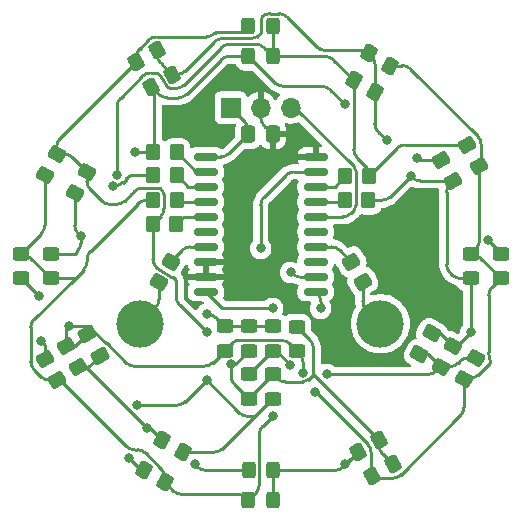
<source format=gtl>
G04 #@! TF.GenerationSoftware,KiCad,Pcbnew,6.0.9-8da3e8f707~116~ubuntu22.04.1*
G04 #@! TF.CreationDate,2022-11-08T11:27:41+01:00*
G04 #@! TF.ProjectId,PCB-Horloge,5043422d-486f-4726-9c6f-67652e6b6963,1.0*
G04 #@! TF.SameCoordinates,Original*
G04 #@! TF.FileFunction,Copper,L1,Top*
G04 #@! TF.FilePolarity,Positive*
%FSLAX46Y46*%
G04 Gerber Fmt 4.6, Leading zero omitted, Abs format (unit mm)*
G04 Created by KiCad (PCBNEW 6.0.9-8da3e8f707~116~ubuntu22.04.1) date 2022-11-08 11:27:41*
%MOMM*%
%LPD*%
G01*
G04 APERTURE LIST*
G04 Aperture macros list*
%AMRoundRect*
0 Rectangle with rounded corners*
0 $1 Rounding radius*
0 $2 $3 $4 $5 $6 $7 $8 $9 X,Y pos of 4 corners*
0 Add a 4 corners polygon primitive as box body*
4,1,4,$2,$3,$4,$5,$6,$7,$8,$9,$2,$3,0*
0 Add four circle primitives for the rounded corners*
1,1,$1+$1,$2,$3*
1,1,$1+$1,$4,$5*
1,1,$1+$1,$6,$7*
1,1,$1+$1,$8,$9*
0 Add four rect primitives between the rounded corners*
20,1,$1+$1,$2,$3,$4,$5,0*
20,1,$1+$1,$4,$5,$6,$7,0*
20,1,$1+$1,$6,$7,$8,$9,0*
20,1,$1+$1,$8,$9,$2,$3,0*%
G04 Aperture macros list end*
G04 #@! TA.AperFunction,ComponentPad*
%ADD10R,1.700000X1.700000*%
G04 #@! TD*
G04 #@! TA.AperFunction,ComponentPad*
%ADD11O,1.700000X1.700000*%
G04 #@! TD*
G04 #@! TA.AperFunction,SMDPad,CuDef*
%ADD12RoundRect,0.250000X0.506458X0.227211X-0.056458X0.552211X-0.506458X-0.227211X0.056458X-0.552211X0*%
G04 #@! TD*
G04 #@! TA.AperFunction,SMDPad,CuDef*
%ADD13C,4.000000*%
G04 #@! TD*
G04 #@! TA.AperFunction,SMDPad,CuDef*
%ADD14RoundRect,0.250000X-0.450000X0.325000X-0.450000X-0.325000X0.450000X-0.325000X0.450000X0.325000X0*%
G04 #@! TD*
G04 #@! TA.AperFunction,SMDPad,CuDef*
%ADD15RoundRect,0.250000X0.227211X-0.506458X0.552211X0.056458X-0.227211X0.506458X-0.552211X-0.056458X0*%
G04 #@! TD*
G04 #@! TA.AperFunction,SMDPad,CuDef*
%ADD16RoundRect,0.250000X0.242612X-0.529784X0.580112X0.054784X-0.242612X0.529784X-0.580112X-0.054784X0*%
G04 #@! TD*
G04 #@! TA.AperFunction,SMDPad,CuDef*
%ADD17RoundRect,0.250000X0.350000X0.450000X-0.350000X0.450000X-0.350000X-0.450000X0.350000X-0.450000X0*%
G04 #@! TD*
G04 #@! TA.AperFunction,SMDPad,CuDef*
%ADD18RoundRect,0.250000X0.552211X-0.056458X0.227211X0.506458X-0.552211X0.056458X-0.227211X-0.506458X0*%
G04 #@! TD*
G04 #@! TA.AperFunction,SMDPad,CuDef*
%ADD19RoundRect,0.250000X-0.350000X-0.450000X0.350000X-0.450000X0.350000X0.450000X-0.350000X0.450000X0*%
G04 #@! TD*
G04 #@! TA.AperFunction,SMDPad,CuDef*
%ADD20RoundRect,0.250000X-0.506458X-0.227211X0.056458X-0.552211X0.506458X0.227211X-0.056458X0.552211X0*%
G04 #@! TD*
G04 #@! TA.AperFunction,SMDPad,CuDef*
%ADD21RoundRect,0.250000X-0.056458X-0.552211X0.506458X-0.227211X0.056458X0.552211X-0.506458X0.227211X0*%
G04 #@! TD*
G04 #@! TA.AperFunction,SMDPad,CuDef*
%ADD22RoundRect,0.250000X0.450000X-0.325000X0.450000X0.325000X-0.450000X0.325000X-0.450000X-0.325000X0*%
G04 #@! TD*
G04 #@! TA.AperFunction,SMDPad,CuDef*
%ADD23RoundRect,0.150000X-0.875000X-0.150000X0.875000X-0.150000X0.875000X0.150000X-0.875000X0.150000X0*%
G04 #@! TD*
G04 #@! TA.AperFunction,SMDPad,CuDef*
%ADD24RoundRect,0.250000X0.564711X-0.078109X0.214711X0.528109X-0.564711X0.078109X-0.214711X-0.528109X0*%
G04 #@! TD*
G04 #@! TA.AperFunction,SMDPad,CuDef*
%ADD25RoundRect,0.250000X-0.337500X-0.475000X0.337500X-0.475000X0.337500X0.475000X-0.337500X0.475000X0*%
G04 #@! TD*
G04 #@! TA.AperFunction,SMDPad,CuDef*
%ADD26RoundRect,0.250000X-0.325000X-0.450000X0.325000X-0.450000X0.325000X0.450000X-0.325000X0.450000X0*%
G04 #@! TD*
G04 #@! TA.AperFunction,SMDPad,CuDef*
%ADD27RoundRect,0.250000X-0.227211X0.506458X-0.552211X-0.056458X0.227211X-0.506458X0.552211X0.056458X0*%
G04 #@! TD*
G04 #@! TA.AperFunction,SMDPad,CuDef*
%ADD28RoundRect,0.250000X-0.580112X0.054784X-0.242612X-0.529784X0.580112X-0.054784X0.242612X0.529784X0*%
G04 #@! TD*
G04 #@! TA.AperFunction,SMDPad,CuDef*
%ADD29RoundRect,0.250000X-0.214711X0.528109X-0.564711X-0.078109X0.214711X-0.528109X0.564711X0.078109X0*%
G04 #@! TD*
G04 #@! TA.AperFunction,ViaPad*
%ADD30C,0.800000*%
G04 #@! TD*
G04 #@! TA.AperFunction,Conductor*
%ADD31C,0.250000*%
G04 #@! TD*
G04 APERTURE END LIST*
D10*
X134620000Y-77996867D03*
D11*
X137160000Y-77996867D03*
X139700000Y-77996867D03*
D12*
X129032000Y-109728000D03*
X127256648Y-108703000D03*
X146812000Y-76708000D03*
X145036648Y-75683000D03*
D13*
X147300000Y-96300000D03*
D14*
X116840000Y-90415000D03*
X116840000Y-92465000D03*
D13*
X126900000Y-96300000D03*
D14*
X134112000Y-96529000D03*
X134112000Y-98579000D03*
D15*
X121407500Y-85215676D03*
X122432500Y-83440324D03*
X118867500Y-83691676D03*
X119892500Y-81916324D03*
D16*
X150600000Y-98900000D03*
X151637500Y-97102998D03*
D17*
X130048000Y-85852000D03*
X128048000Y-85852000D03*
D18*
X119888000Y-101092000D03*
X118863000Y-99316648D03*
D19*
X144304000Y-83820000D03*
X146304000Y-83820000D03*
D18*
X155677499Y-82929528D03*
X154652499Y-81154176D03*
D20*
X128798648Y-106163000D03*
X130574000Y-107188000D03*
D18*
X153420500Y-84199676D03*
X152395500Y-82424324D03*
D21*
X127879657Y-76228141D03*
X129655009Y-75203141D03*
D22*
X154940000Y-92465000D03*
X154940000Y-90415000D03*
D19*
X144288000Y-85852000D03*
X146288000Y-85852000D03*
D12*
X148142568Y-74437882D03*
X146367216Y-73412882D03*
D23*
X132510000Y-82169000D03*
X132510000Y-83439000D03*
X132510000Y-84709000D03*
X132510000Y-85979000D03*
X132510000Y-87249000D03*
X132510000Y-88519000D03*
X132510000Y-89789000D03*
X132510000Y-91059000D03*
X132510000Y-92329000D03*
X132510000Y-93599000D03*
X141810000Y-93599000D03*
X141810000Y-92329000D03*
X141810000Y-91059000D03*
X141810000Y-89789000D03*
X141810000Y-88519000D03*
X141810000Y-87249000D03*
X141810000Y-85979000D03*
X141810000Y-84709000D03*
X141810000Y-83439000D03*
X141810000Y-82169000D03*
D22*
X136144000Y-102634000D03*
X136144000Y-100584000D03*
D24*
X145800000Y-92766025D03*
X144800000Y-91033975D03*
D22*
X138176000Y-102643000D03*
X138176000Y-100593000D03*
D14*
X140208000Y-96538000D03*
X140208000Y-98588000D03*
D25*
X136101000Y-80264000D03*
X138176000Y-80264000D03*
D14*
X119380000Y-90406000D03*
X119380000Y-92456000D03*
D21*
X126620324Y-74172500D03*
X128395676Y-73147500D03*
D22*
X136144000Y-98579000D03*
X136144000Y-96529000D03*
D17*
X130055527Y-83718305D03*
X128055527Y-83718305D03*
D26*
X136126000Y-71120000D03*
X138176000Y-71120000D03*
D17*
X130048000Y-81788000D03*
X128048000Y-81788000D03*
D26*
X136126000Y-111252000D03*
X138176000Y-111252000D03*
D17*
X130032000Y-87884000D03*
X128032000Y-87884000D03*
D14*
X138176000Y-96529000D03*
X138176000Y-98579000D03*
D27*
X153420500Y-98172324D03*
X152395500Y-99947676D03*
D26*
X136135000Y-108712000D03*
X138185000Y-108712000D03*
D15*
X154369539Y-100963676D03*
X155394539Y-99188324D03*
D26*
X136126000Y-73660000D03*
X138176000Y-73660000D03*
D28*
X122481250Y-97201499D03*
X123518750Y-98998501D03*
D18*
X121712500Y-99987676D03*
X120687500Y-98212324D03*
D22*
X157480000Y-92465000D03*
X157480000Y-90415000D03*
D21*
X145416324Y-107192500D03*
X147191676Y-106167500D03*
X146560648Y-109229000D03*
X148336000Y-108204000D03*
D29*
X129548000Y-91033975D03*
X128548000Y-92766025D03*
D30*
X138176000Y-104140000D03*
X139683070Y-99759190D03*
X142748000Y-100584000D03*
X144272000Y-108204000D03*
X147823701Y-80776299D03*
X154940000Y-97028000D03*
X149860000Y-83820000D03*
X144272000Y-77724000D03*
X126492000Y-81788000D03*
X156401999Y-89250000D03*
X150368000Y-82296000D03*
X132588000Y-95504000D03*
X126700000Y-103200000D03*
X132588000Y-101092000D03*
X118600000Y-97800000D03*
X124656387Y-84639613D03*
X140716000Y-100483690D03*
X141732000Y-102108000D03*
X120904000Y-96520000D03*
X118364000Y-93980000D03*
X125984000Y-107696000D03*
X127508000Y-105156000D03*
X121920000Y-88900000D03*
X125011587Y-83705355D03*
X131572000Y-108204000D03*
X134635922Y-99750278D03*
X132588000Y-97028000D03*
X142240000Y-94996000D03*
X138176000Y-94996000D03*
X137160000Y-89916000D03*
X139700000Y-91948000D03*
D31*
X137160000Y-77996867D02*
X137160000Y-78833786D01*
X137452893Y-79540893D02*
X138176000Y-80264000D01*
X137452886Y-79540900D02*
G75*
G02*
X137160000Y-78833786I707114J707100D01*
G01*
X136101000Y-80264000D02*
X136101000Y-79892081D01*
X132510000Y-82169000D02*
X133781786Y-82169000D01*
X135808107Y-79184974D02*
X134620000Y-77996867D01*
X134488893Y-81876107D02*
X136101000Y-80264000D01*
X134488900Y-81876114D02*
G75*
G02*
X133781786Y-82169000I-707100J707114D01*
G01*
X135808097Y-79184984D02*
G75*
G02*
X136101000Y-79892081I-707097J-707116D01*
G01*
X121412000Y-92477500D02*
X122169107Y-91720393D01*
X118579107Y-100799107D02*
X117986631Y-100206631D01*
X154010783Y-99481217D02*
X153837217Y-99654783D01*
X138176000Y-104140000D02*
X137327893Y-104988107D01*
X155394539Y-99188324D02*
X154717890Y-99188324D01*
X138502880Y-98579000D02*
X139683070Y-99759190D01*
X152052069Y-100291107D02*
X152395500Y-99947676D01*
X142748000Y-100584000D02*
X151344962Y-100584000D01*
X126716744Y-106971000D02*
X126485214Y-106971000D01*
X121412000Y-92477500D02*
X117986631Y-95902869D01*
X117631893Y-90707893D02*
X119380000Y-92456000D01*
X125778107Y-106678107D02*
X120192000Y-101092000D01*
X136144000Y-100584000D02*
X138149000Y-98579000D01*
X116840000Y-90415000D02*
X116924786Y-90415000D01*
X137035000Y-105695214D02*
X137035000Y-109928786D01*
X128739107Y-108579149D02*
X127423851Y-107263893D01*
X127448214Y-85852000D02*
X128048000Y-85852000D01*
X122462000Y-91013286D02*
X122462000Y-90838214D01*
X129755107Y-110451107D02*
X129032000Y-109728000D01*
X117693738Y-96609976D02*
X117693738Y-99499524D01*
X151347824Y-98900000D02*
X152395500Y-99947676D01*
X136126000Y-111252000D02*
X135910893Y-111036893D01*
X138176000Y-98579000D02*
X138502880Y-98579000D01*
X120192000Y-101092000D02*
X119888000Y-101092000D01*
X138149000Y-98579000D02*
X138176000Y-98579000D01*
X116840000Y-90415000D02*
X118574607Y-88680393D01*
X136742107Y-110635893D02*
X136126000Y-111252000D01*
X121390500Y-92456000D02*
X121412000Y-92477500D01*
X129032000Y-109728000D02*
X129032000Y-109286256D01*
X122754893Y-90131107D02*
X126741107Y-86144893D01*
X150600000Y-98900000D02*
X151347824Y-98900000D01*
X119380000Y-92456000D02*
X121390500Y-92456000D01*
X153130110Y-99947676D02*
X152395500Y-99947676D01*
X119888000Y-101092000D02*
X119286214Y-101092000D01*
X118867500Y-87973286D02*
X118867500Y-83691676D01*
X135203786Y-110744000D02*
X130462214Y-110744000D01*
X117693710Y-96609976D02*
G75*
G02*
X117986631Y-95902869I999990J-24D01*
G01*
X119286214Y-101091990D02*
G75*
G02*
X118579107Y-100799107I-14J999990D01*
G01*
X130462214Y-110743990D02*
G75*
G02*
X129755107Y-110451107I-14J999990D01*
G01*
X151344962Y-100583973D02*
G75*
G03*
X152052069Y-100291107I38J999973D01*
G01*
X122461990Y-91013286D02*
G75*
G02*
X122169107Y-91720393I-999990J-14D01*
G01*
X154717890Y-99188310D02*
G75*
G03*
X154010783Y-99481217I10J-999990D01*
G01*
X116924786Y-90415010D02*
G75*
G02*
X117631893Y-90707893I14J-999990D01*
G01*
X136742114Y-110635900D02*
G75*
G03*
X137035000Y-109928786I-707114J707100D01*
G01*
X135203786Y-110744010D02*
G75*
G02*
X135910893Y-111036893I14J-999990D01*
G01*
X122754886Y-90131100D02*
G75*
G03*
X122462000Y-90838214I707114J-707100D01*
G01*
X137035010Y-105695214D02*
G75*
G02*
X137327893Y-104988107I999990J14D01*
G01*
X125778100Y-106678114D02*
G75*
G03*
X126485214Y-106971000I707100J707114D01*
G01*
X129032031Y-109286256D02*
G75*
G03*
X128739107Y-108579149I-1000031J-44D01*
G01*
X117693710Y-99499524D02*
G75*
G03*
X117986631Y-100206631I999990J24D01*
G01*
X153130110Y-99947690D02*
G75*
G03*
X153837217Y-99654783I-10J999990D01*
G01*
X126741100Y-86144886D02*
G75*
G02*
X127448214Y-85852000I707100J-707114D01*
G01*
X118867490Y-87973286D02*
G75*
G02*
X118574607Y-88680393I-999990J-14D01*
G01*
X126716744Y-106970969D02*
G75*
G02*
X127423851Y-107263893I-44J-1000031D01*
G01*
X141917494Y-72859107D02*
X139391575Y-70333188D01*
X153420500Y-84199676D02*
X153192893Y-84427283D01*
X153192893Y-91992893D02*
X153372107Y-92172107D01*
X137252598Y-70333188D02*
X137200000Y-70385786D01*
X144272000Y-108204000D02*
X144713588Y-107762412D01*
X138176000Y-111252000D02*
X138176000Y-108721000D01*
X137200000Y-71634173D02*
X136850362Y-71983811D01*
X146519107Y-73564773D02*
X146367216Y-73412882D01*
X147104893Y-80057491D02*
X147823701Y-80776299D01*
X136461217Y-72145000D02*
X133930206Y-72145000D01*
X146367216Y-73412882D02*
X146106334Y-73152000D01*
X144713588Y-107762412D02*
X144846412Y-107762412D01*
X142151836Y-73036480D02*
X142062033Y-72976475D01*
X146106334Y-73152000D02*
X142624601Y-73152000D01*
X154940000Y-97028000D02*
X154940000Y-92465000D01*
X153420500Y-98172324D02*
X153795676Y-98172324D01*
X146812000Y-76708000D02*
X146812000Y-79350384D01*
X138185000Y-108712000D02*
X143482610Y-108712000D01*
X142624601Y-73152000D02*
X142614882Y-73151809D01*
X147413786Y-85852000D02*
X146288000Y-85852000D01*
X144846412Y-107762412D02*
X145416324Y-107192500D01*
X146812000Y-76708000D02*
X146812000Y-74271880D01*
X130043637Y-75203141D02*
X129655009Y-75203141D01*
X154079214Y-92465000D02*
X154940000Y-92465000D01*
X142242478Y-73074025D02*
X142151836Y-73036480D01*
X128395676Y-73147500D02*
X128395676Y-73529594D01*
X151637500Y-97102998D02*
X152351174Y-97102998D01*
X142439402Y-73132787D02*
X142430075Y-73130932D01*
X141924502Y-72865846D02*
X141917494Y-72859107D01*
X138684468Y-70040295D02*
X137959705Y-70040295D01*
X128688569Y-74236701D02*
X129655009Y-75203141D01*
X137200000Y-70385786D02*
X137200000Y-71634173D01*
X144189717Y-108419107D02*
X144846412Y-107762412D01*
X153795676Y-98172324D02*
X154940000Y-97028000D01*
X133223099Y-72437893D02*
X130750744Y-74910248D01*
X152900000Y-85134390D02*
X152900000Y-91285786D01*
X149860000Y-83820000D02*
X149946783Y-83906783D01*
X150653890Y-84199676D02*
X153420500Y-84199676D01*
X152351174Y-97102998D02*
X153420500Y-98172324D01*
X138176000Y-108721000D02*
X138185000Y-108712000D01*
X149860000Y-83820000D02*
X148120893Y-85559107D01*
X154079214Y-92464990D02*
G75*
G02*
X153372107Y-92172107I-14J999990D01*
G01*
X148120900Y-85559114D02*
G75*
G02*
X147413786Y-85852000I-707100J707114D01*
G01*
X146812012Y-79350384D02*
G75*
G03*
X147104894Y-80057490I999988J-16D01*
G01*
X144189712Y-108419102D02*
G75*
G02*
X143482610Y-108712000I-707112J707102D01*
G01*
X133223096Y-72437890D02*
G75*
G02*
X133930206Y-72145000I707104J-707110D01*
G01*
X149946793Y-83906773D02*
G75*
G03*
X150653890Y-84199676I707107J707073D01*
G01*
X139391592Y-70333171D02*
G75*
G03*
X138684468Y-70040295I-707092J-707129D01*
G01*
X146812014Y-74271880D02*
G75*
G03*
X146519107Y-73564773I-1000014J-20D01*
G01*
X141924502Y-72865846D02*
G75*
G03*
X142062033Y-72976474I693098J720846D01*
G01*
X128688561Y-74236709D02*
G75*
G02*
X128395676Y-73529594I707139J707109D01*
G01*
X142614882Y-73151809D02*
G75*
G02*
X142439402Y-73132787I19618J999909D01*
G01*
X130043637Y-75203155D02*
G75*
G03*
X130750744Y-74910248I-37J1000055D01*
G01*
X136850346Y-71983795D02*
G75*
G02*
X136461217Y-72145000I-389146J389095D01*
G01*
X137959705Y-70040300D02*
G75*
G03*
X137252598Y-70333188I-5J-1000000D01*
G01*
X152900010Y-91285786D02*
G75*
G03*
X153192893Y-91992893I999990J-14D01*
G01*
X153192898Y-84427288D02*
G75*
G03*
X152900000Y-85134390I707102J-707112D01*
G01*
X142242475Y-73074033D02*
G75*
G03*
X142430075Y-73130932I382625J923833D01*
G01*
X128048000Y-81788000D02*
X126492000Y-81788000D01*
X128144324Y-81691676D02*
X128048000Y-81788000D01*
X136126000Y-73660000D02*
X134526214Y-73660000D01*
X138149000Y-102643000D02*
X136652000Y-104140000D01*
X128144324Y-76492808D02*
X128144324Y-81691676D01*
X132588000Y-95504000D02*
X132672786Y-95504000D01*
X156401999Y-89250000D02*
X157480000Y-90328001D01*
X134112000Y-96529000D02*
X136144000Y-96529000D01*
X126700000Y-103200000D02*
X130065786Y-103200000D01*
X127879657Y-76228141D02*
X128144324Y-76492808D01*
X135343107Y-103847107D02*
X132588000Y-101092000D01*
X152395500Y-82424324D02*
X150496324Y-82424324D01*
X133379893Y-95796893D02*
X134112000Y-96529000D01*
X136126000Y-73660000D02*
X138373107Y-75907107D01*
X150496324Y-82424324D02*
X150368000Y-82296000D01*
X130772893Y-102907107D02*
X132588000Y-101092000D01*
X130200285Y-77157501D02*
X129223231Y-77157501D01*
X118863000Y-98063000D02*
X118600000Y-97800000D01*
X138176000Y-102643000D02*
X138149000Y-102643000D01*
X139080214Y-76200000D02*
X142333786Y-76200000D01*
X143040893Y-76492893D02*
X144272000Y-77724000D01*
X136652000Y-104140000D02*
X133896893Y-106895107D01*
X133189786Y-107188000D02*
X130574000Y-107188000D01*
X133819107Y-73952893D02*
X130907392Y-76864608D01*
X157480000Y-90328001D02*
X157480000Y-90415000D01*
X136652000Y-104140000D02*
X136050214Y-104140000D01*
X128516124Y-76864608D02*
X127879657Y-76228141D01*
X118863000Y-99316648D02*
X118863000Y-98063000D01*
X136144000Y-96529000D02*
X138176000Y-96529000D01*
X133819100Y-73952886D02*
G75*
G02*
X134526214Y-73660000I707100J-707114D01*
G01*
X139080214Y-76199990D02*
G75*
G02*
X138373107Y-75907107I-14J999990D01*
G01*
X136050214Y-104139990D02*
G75*
G02*
X135343107Y-103847107I-14J999990D01*
G01*
X130065786Y-103199990D02*
G75*
G03*
X130772893Y-102907107I14J999990D01*
G01*
X128516109Y-76864623D02*
G75*
G03*
X129223231Y-77157501I707091J707123D01*
G01*
X133379900Y-95796886D02*
G75*
G03*
X132672786Y-95504000I-707100J-707114D01*
G01*
X133189786Y-107187990D02*
G75*
G03*
X133896893Y-106895107I14J999990D01*
G01*
X130907399Y-76864615D02*
G75*
G02*
X130200285Y-77157501I-707099J707115D01*
G01*
X143040900Y-76492886D02*
G75*
G03*
X142333786Y-76200000I-707100J-707114D01*
G01*
X156464000Y-98708987D02*
X156464000Y-93895214D01*
X120687500Y-96736500D02*
X120904000Y-96520000D01*
X154369539Y-100963676D02*
X154811283Y-100963676D01*
X140208000Y-98588000D02*
X140423107Y-98803107D01*
X156529727Y-99085935D02*
X156498074Y-98967806D01*
X141732000Y-102108000D02*
X141813134Y-102108000D01*
X155528868Y-80424235D02*
X149835408Y-74730775D01*
X146521795Y-107230875D02*
X146521795Y-109190147D01*
X149065941Y-109080369D02*
X154076646Y-104069664D01*
X155821761Y-82785266D02*
X155821761Y-81131342D01*
X124758771Y-84639613D02*
X124656387Y-84639613D01*
X116840000Y-92465000D02*
X116849000Y-92465000D01*
X122205786Y-96520000D02*
X120904000Y-96520000D01*
X155722893Y-90707893D02*
X157480000Y-92465000D01*
X134719107Y-97971893D02*
X134112000Y-98579000D01*
X156563801Y-99625372D02*
X156563801Y-99344755D01*
X146704910Y-109373262D02*
X148358834Y-109373262D01*
X121470425Y-98212324D02*
X122481250Y-97201499D01*
X154369539Y-103362557D02*
X154369539Y-100963676D01*
X140716000Y-99510214D02*
X140716000Y-100483690D01*
X120687500Y-98212324D02*
X121470425Y-98212324D01*
X138884786Y-97679000D02*
X135426214Y-97679000D01*
X154940000Y-90415000D02*
X155015786Y-90415000D01*
X146560648Y-109229000D02*
X146704910Y-109373262D01*
X155384606Y-89970394D02*
X154940000Y-90415000D01*
X149128301Y-74437882D02*
X148142568Y-74437882D01*
X125772395Y-99607107D02*
X124140241Y-97974953D01*
X134112000Y-98579000D02*
X133083893Y-99607107D01*
X140208000Y-98588000D02*
X139591893Y-97971893D01*
X155677499Y-82929528D02*
X155821761Y-82785266D01*
X141813134Y-102108000D02*
X146228902Y-106523768D01*
X146521795Y-109190147D02*
X146560648Y-109229000D01*
X128055527Y-83718305D02*
X126508507Y-83718305D01*
X155677499Y-82929528D02*
X155677499Y-89263287D01*
X132376786Y-99900000D02*
X126479502Y-99900000D01*
X116849000Y-92465000D02*
X118364000Y-93980000D01*
X120687500Y-98212324D02*
X120687500Y-96736500D01*
X124051056Y-97951056D02*
X122912893Y-96812893D01*
X155518390Y-100670783D02*
X156563801Y-99625372D01*
X124140241Y-97974953D02*
X124051056Y-97951056D01*
X156756893Y-93188107D02*
X157480000Y-92465000D01*
X125801400Y-84011198D02*
X125465878Y-84346720D01*
X125465895Y-84346737D02*
G75*
G02*
X124758771Y-84639613I-707095J707137D01*
G01*
X148358834Y-109373297D02*
G75*
G03*
X149065941Y-109080369I-34J999997D01*
G01*
X156563813Y-99344755D02*
G75*
G03*
X156529727Y-99085935I-1000013J-45D01*
G01*
X154369497Y-103362557D02*
G75*
G02*
X154076646Y-104069664I-999997J-43D01*
G01*
X156756886Y-93188100D02*
G75*
G03*
X156464000Y-93895214I707114J-707100D01*
G01*
X155518393Y-100670786D02*
G75*
G02*
X154811283Y-100963676I-707093J707086D01*
G01*
X156498071Y-98967807D02*
G75*
G02*
X156464000Y-98708987I965929J258807D01*
G01*
X139591900Y-97971886D02*
G75*
G03*
X138884786Y-97679000I-707100J-707114D01*
G01*
X122912900Y-96812886D02*
G75*
G03*
X122205786Y-96520000I-707100J-707114D01*
G01*
X155015786Y-90415010D02*
G75*
G02*
X155722893Y-90707893I14J-999990D01*
G01*
X125801398Y-84011196D02*
G75*
G02*
X126508507Y-83718305I707102J-707104D01*
G01*
X125772394Y-99607108D02*
G75*
G03*
X126479502Y-99900000I707106J707108D01*
G01*
X133083900Y-99607114D02*
G75*
G02*
X132376786Y-99900000I-707100J707114D01*
G01*
X155821743Y-81131342D02*
G75*
G03*
X155528868Y-80424235I-999943J42D01*
G01*
X135426214Y-97679010D02*
G75*
G03*
X134719107Y-97971893I-14J-999990D01*
G01*
X146228888Y-106523782D02*
G75*
G02*
X146521795Y-107230875I-707088J-707118D01*
G01*
X140715990Y-99510214D02*
G75*
G03*
X140423107Y-98803107I-999990J14D01*
G01*
X155677490Y-89263287D02*
G75*
G02*
X155384606Y-89970394I-999990J-13D01*
G01*
X149128301Y-74437887D02*
G75*
G02*
X149835407Y-74730776I-1J-1000013D01*
G01*
X154652499Y-81154176D02*
X149384038Y-81154176D01*
X121712500Y-99987676D02*
X122529575Y-99987676D01*
X138176000Y-71120000D02*
X138176000Y-73660000D01*
X146304000Y-83820000D02*
X146304000Y-83618214D01*
X129969383Y-76372403D02*
X129811440Y-76372403D01*
X121407500Y-85215676D02*
X121407500Y-87973286D01*
X122529575Y-99987676D02*
X123518750Y-98998501D01*
X131787107Y-108419107D02*
X131572000Y-108204000D01*
X127508000Y-105156000D02*
X127791648Y-105156000D01*
X121920000Y-88900000D02*
X121920000Y-89480286D01*
X122339676Y-99987676D02*
X127508000Y-105156000D01*
X129219674Y-76249116D02*
X128780830Y-75489018D01*
X121627107Y-90187393D02*
X121412000Y-90402500D01*
X127149716Y-75351772D02*
X125304480Y-77197008D01*
X127256648Y-108703000D02*
X126991000Y-108703000D01*
X148676931Y-81447069D02*
X146304000Y-83820000D01*
X133828107Y-72927893D02*
X130676490Y-76079510D01*
X128621912Y-75281912D02*
X128398879Y-75058879D01*
X138176000Y-73660000D02*
X137443893Y-72927893D01*
X136135000Y-108712000D02*
X132494214Y-108712000D01*
X145036648Y-75683000D02*
X143306541Y-73952893D01*
X142599434Y-73660000D02*
X138176000Y-73660000D01*
X128398879Y-75058879D02*
X127856823Y-75058879D01*
X121700393Y-88680393D02*
X121920000Y-88900000D01*
X121712500Y-99987676D02*
X122339676Y-99987676D01*
X145036648Y-81522434D02*
X145036648Y-75683000D01*
X125011587Y-77904115D02*
X125011587Y-83705355D01*
X129552621Y-76338329D02*
X129219674Y-76249116D01*
X136736786Y-72635000D02*
X134535214Y-72635000D01*
X121408500Y-90406000D02*
X121412000Y-90402500D01*
X127791648Y-105156000D02*
X128798648Y-106163000D01*
X119380000Y-90406000D02*
X121408500Y-90406000D01*
X126991000Y-108703000D02*
X125984000Y-107696000D01*
X146011107Y-82911107D02*
X145329541Y-82229541D01*
X142599434Y-73659976D02*
G75*
G02*
X143306541Y-73952893I-34J-1000024D01*
G01*
X121700386Y-88680400D02*
G75*
G02*
X121407500Y-87973286I707114J707100D01*
G01*
X129552618Y-76338339D02*
G75*
G03*
X129811440Y-76372403I258782J965939D01*
G01*
X146011114Y-82911100D02*
G75*
G02*
X146304000Y-83618214I-707114J-707100D01*
G01*
X128621915Y-75281909D02*
G75*
G02*
X128780829Y-75489018I-707115J-707091D01*
G01*
X148676907Y-81447045D02*
G75*
G02*
X149384038Y-81154176I707093J-707155D01*
G01*
X121627114Y-90187400D02*
G75*
G03*
X121920000Y-89480286I-707114J707100D01*
G01*
X132494214Y-108711990D02*
G75*
G02*
X131787107Y-108419107I-14J999990D01*
G01*
X134535214Y-72635010D02*
G75*
G03*
X133828107Y-72927893I-14J-999990D01*
G01*
X130676499Y-76079519D02*
G75*
G02*
X129969383Y-76372403I-707099J707119D01*
G01*
X136736786Y-72635010D02*
G75*
G02*
X137443893Y-72927893I14J-999990D01*
G01*
X127856823Y-75058902D02*
G75*
G03*
X127149717Y-75351773I-23J-999998D01*
G01*
X145329568Y-82229514D02*
G75*
G02*
X145036648Y-81522434I707032J707114D01*
G01*
X125011602Y-77904115D02*
G75*
G02*
X125304481Y-77197009I999998J15D01*
G01*
X130000000Y-92600000D02*
X130000000Y-94025786D01*
X140208000Y-96538000D02*
X141324283Y-97654283D01*
X126427101Y-85119893D02*
X126202994Y-85344000D01*
X128342080Y-72009000D02*
X132547566Y-72009000D01*
X139205404Y-101208190D02*
X140764107Y-101208190D01*
X134635922Y-100711708D02*
X134635922Y-99750278D01*
X133254673Y-71716107D02*
X133342780Y-71628000D01*
X138176000Y-100593000D02*
X138498297Y-100915297D01*
X141617176Y-100607112D02*
X141617176Y-100593000D01*
X122725393Y-84925393D02*
X123707107Y-85907107D01*
X126202994Y-85344000D02*
X125639887Y-85907107D01*
X128414525Y-91620865D02*
X129606475Y-92309037D01*
X121201393Y-82209217D02*
X122432500Y-83440324D01*
X119892500Y-81916324D02*
X120494286Y-81916324D01*
X124932780Y-86200000D02*
X124414214Y-86200000D01*
X122432500Y-83440324D02*
X122432500Y-84218286D01*
X120185393Y-80607431D02*
X126620324Y-74172500D01*
X126620324Y-74172500D02*
X126620324Y-73730756D01*
X134635922Y-99750278D02*
X134972722Y-99750278D01*
X119892500Y-81916324D02*
X119892500Y-81314538D01*
X141617176Y-98361390D02*
X141617176Y-100593000D01*
X133342780Y-71628000D02*
X135636000Y-71628000D01*
X130292893Y-94732893D02*
X132588000Y-97028000D01*
X126913217Y-73023649D02*
X127634973Y-72301893D01*
X136144000Y-102625000D02*
X138176000Y-100593000D01*
X147191676Y-106167500D02*
X147191676Y-106645462D01*
X128324893Y-91531233D02*
X128414525Y-91620865D01*
X134972722Y-99750278D02*
X136144000Y-98579000D01*
X141617176Y-100593000D02*
X147191676Y-106167500D01*
X128973000Y-86528786D02*
X128973000Y-85358232D01*
X129709037Y-92309037D02*
X130000000Y-92600000D01*
X141194282Y-101030006D02*
X141617176Y-100607112D01*
X128680107Y-84870934D02*
X128835552Y-85026389D01*
X136144000Y-102634000D02*
X136144000Y-102625000D01*
X147484569Y-107352569D02*
X148336000Y-108204000D01*
X136144000Y-102634000D02*
X134928815Y-101418815D01*
X128636173Y-84827000D02*
X127134208Y-84827000D01*
X128032000Y-87884000D02*
X128032000Y-90824126D01*
X129606475Y-92309037D02*
X129709037Y-92309037D01*
X128680107Y-84870934D02*
X128636173Y-84827000D01*
X128032000Y-87884000D02*
X128680107Y-87235893D01*
X133254690Y-71716124D02*
G75*
G02*
X132547566Y-72009000I-707090J707124D01*
G01*
X138498297Y-100915297D02*
G75*
G03*
X139205404Y-101208190I707103J707097D01*
G01*
X128324906Y-91531220D02*
G75*
G02*
X128032000Y-90824126I707094J707120D01*
G01*
X125639897Y-85907117D02*
G75*
G02*
X124932780Y-86200000I-707097J707117D01*
G01*
X141194285Y-101030009D02*
G75*
G02*
X140764107Y-101208190I-430185J430209D01*
G01*
X130292886Y-94732900D02*
G75*
G02*
X130000000Y-94025786I707114J707100D01*
G01*
X147484545Y-107352593D02*
G75*
G02*
X147191676Y-106645462I707155J707093D01*
G01*
X120494286Y-81916327D02*
G75*
G02*
X121201393Y-82209217I14J-999973D01*
G01*
X123707100Y-85907114D02*
G75*
G03*
X124414214Y-86200000I707100J707114D01*
G01*
X127134208Y-84827006D02*
G75*
G03*
X126427101Y-85119893I-8J-999994D01*
G01*
X127634983Y-72301903D02*
G75*
G02*
X128342080Y-72009000I707117J-707097D01*
G01*
X128680114Y-87235900D02*
G75*
G03*
X128973000Y-86528786I-707114J707100D01*
G01*
X119892527Y-81314538D02*
G75*
G02*
X120185393Y-80607431I999973J38D01*
G01*
X126913244Y-73023676D02*
G75*
G03*
X126620324Y-73730756I707056J-707124D01*
G01*
X141617190Y-98361390D02*
G75*
G03*
X141324283Y-97654283I-999990J-10D01*
G01*
X134928824Y-101418806D02*
G75*
G02*
X134635922Y-100711708I707076J707106D01*
G01*
X122432510Y-84218286D02*
G75*
G03*
X122725393Y-84925393I999990J-14D01*
G01*
X128835566Y-85026375D02*
G75*
G02*
X128973000Y-85358232I-331866J-331825D01*
G01*
X141947107Y-93736107D02*
X141810000Y-93599000D01*
X142240000Y-94996000D02*
X142240000Y-94443214D01*
X142239990Y-94443214D02*
G75*
G03*
X141947107Y-93736107I-999990J14D01*
G01*
X133907000Y-94996000D02*
X132510000Y-93599000D01*
X138176000Y-94996000D02*
X133907000Y-94996000D01*
X129573000Y-91008975D02*
X129573000Y-91033975D01*
X130500082Y-90081893D02*
X129573000Y-91008975D01*
X132510000Y-89789000D02*
X131207189Y-89789000D01*
X130500088Y-90081899D02*
G75*
G02*
X131207189Y-89789000I707112J-707101D01*
G01*
X128255107Y-94944893D02*
X126900000Y-96300000D01*
X128548000Y-92766025D02*
X128548000Y-94237786D01*
X128547990Y-94237786D02*
G75*
G02*
X128255107Y-94944893I-999990J-14D01*
G01*
X141810000Y-85979000D02*
X144161000Y-85979000D01*
X144161000Y-85979000D02*
X144288000Y-85852000D01*
X141810000Y-84709000D02*
X143415000Y-84709000D01*
X143415000Y-84709000D02*
X144304000Y-83820000D01*
X132510000Y-83439000D02*
X131699000Y-83439000D01*
X131699000Y-83439000D02*
X130048000Y-81788000D01*
X132510000Y-84709000D02*
X131046222Y-84709000D01*
X131046222Y-84709000D02*
X130055527Y-83718305D01*
X130175000Y-85979000D02*
X130048000Y-85852000D01*
X132510000Y-85979000D02*
X130175000Y-85979000D01*
X132510000Y-87249000D02*
X130667000Y-87249000D01*
X130667000Y-87249000D02*
X130032000Y-87884000D01*
X137160000Y-89916000D02*
X137160000Y-86266214D01*
X139987214Y-83439000D02*
X141810000Y-83439000D01*
X137452893Y-85559107D02*
X139280107Y-83731893D01*
X137452886Y-85559100D02*
G75*
G03*
X137160000Y-86266214I707114J-707100D01*
G01*
X139280100Y-83731886D02*
G75*
G02*
X139987214Y-83439000I707100J-707114D01*
G01*
X139700000Y-91948000D02*
X139788107Y-92036107D01*
X140495214Y-92329000D02*
X141810000Y-92329000D01*
X140495214Y-92328990D02*
G75*
G02*
X139788107Y-92036107I-14J999990D01*
G01*
X141810000Y-87249000D02*
X144089959Y-87249000D01*
X145056584Y-82959411D02*
X140094040Y-77996867D01*
X145229000Y-86281498D02*
X145229000Y-83375660D01*
X144797066Y-86956107D02*
X145057403Y-86695770D01*
X140094040Y-77996867D02*
X139700000Y-77996867D01*
X145057410Y-86695777D02*
G75*
G03*
X145229000Y-86281498I-414310J414277D01*
G01*
X145229018Y-83375660D02*
G75*
G03*
X145056584Y-82959411I-588718J-40D01*
G01*
X144797086Y-86956127D02*
G75*
G02*
X144089959Y-87249000I-707086J707127D01*
G01*
X141810000Y-89789000D02*
X143140811Y-89789000D01*
X143847918Y-90081893D02*
X144800000Y-91033975D01*
X143140811Y-89788992D02*
G75*
G02*
X143847918Y-90081893I-11J-1000008D01*
G01*
X146092893Y-95092893D02*
X147300000Y-96300000D01*
X145800000Y-92766025D02*
X145800000Y-94385786D01*
X146092886Y-95092900D02*
G75*
G02*
X145800000Y-94385786I707114J707100D01*
G01*
G04 #@! TA.AperFunction,Conductor*
G36*
X140433026Y-79232621D02*
G01*
X140442223Y-79240954D01*
X142347173Y-81145905D01*
X142381199Y-81208217D01*
X142376134Y-81279033D01*
X142333587Y-81335868D01*
X142267067Y-81360679D01*
X142258078Y-81361000D01*
X142082115Y-81361000D01*
X142066876Y-81365475D01*
X142065671Y-81366865D01*
X142064000Y-81374548D01*
X142064000Y-82297000D01*
X142043998Y-82365121D01*
X141990342Y-82411614D01*
X141938000Y-82423000D01*
X140298122Y-82423000D01*
X140284591Y-82426973D01*
X140283456Y-82434871D01*
X140324107Y-82574790D01*
X140330352Y-82589221D01*
X140345811Y-82615361D01*
X140363270Y-82684177D01*
X140340753Y-82751509D01*
X140285409Y-82795978D01*
X140237357Y-82805500D01*
X140041218Y-82805500D01*
X140023463Y-82804243D01*
X140020871Y-82803874D01*
X140000587Y-82800987D01*
X139994100Y-82800919D01*
X139991349Y-82800890D01*
X139991346Y-82800890D01*
X139987223Y-82800847D01*
X139980306Y-82801684D01*
X139969953Y-82802936D01*
X139963059Y-82803578D01*
X139777666Y-82815727D01*
X139777662Y-82815728D01*
X139773550Y-82815997D01*
X139769511Y-82816800D01*
X139769506Y-82816801D01*
X139567578Y-82856964D01*
X139567574Y-82856965D01*
X139563532Y-82857769D01*
X139360763Y-82926597D01*
X139357074Y-82928416D01*
X139357072Y-82928417D01*
X139172411Y-83019479D01*
X139172406Y-83019482D01*
X139168713Y-83021303D01*
X138990668Y-83140266D01*
X138987564Y-83142988D01*
X138901859Y-83218147D01*
X138896012Y-83222971D01*
X138895567Y-83223316D01*
X138888745Y-83227351D01*
X138873008Y-83243088D01*
X138866991Y-83248724D01*
X138861723Y-83253344D01*
X138854299Y-83259372D01*
X138838418Y-83271296D01*
X138828869Y-83280646D01*
X138826325Y-83283890D01*
X138826320Y-83283896D01*
X138809648Y-83305158D01*
X138799590Y-83316506D01*
X137043118Y-85072977D01*
X137029677Y-85084641D01*
X137011195Y-85098518D01*
X137001646Y-85107869D01*
X136999105Y-85111110D01*
X136999102Y-85111113D01*
X136991024Y-85121416D01*
X136986627Y-85126718D01*
X136861266Y-85269668D01*
X136799659Y-85361872D01*
X136759355Y-85422193D01*
X136742303Y-85447713D01*
X136740482Y-85451406D01*
X136740479Y-85451411D01*
X136685081Y-85563751D01*
X136647597Y-85639763D01*
X136578769Y-85842532D01*
X136577965Y-85846574D01*
X136577964Y-85846578D01*
X136540401Y-86035438D01*
X136536997Y-86052550D01*
X136536728Y-86056660D01*
X136536727Y-86056665D01*
X136529284Y-86170246D01*
X136528561Y-86177796D01*
X136528471Y-86178508D01*
X136526500Y-86186184D01*
X136526500Y-86208610D01*
X136526232Y-86216827D01*
X136525790Y-86223570D01*
X136524806Y-86233050D01*
X136521987Y-86252859D01*
X136521847Y-86266223D01*
X136522344Y-86270328D01*
X136525587Y-86297125D01*
X136526500Y-86312264D01*
X136526500Y-89213476D01*
X136506498Y-89281597D01*
X136494142Y-89297779D01*
X136420960Y-89379056D01*
X136325473Y-89544444D01*
X136266458Y-89726072D01*
X136265768Y-89732633D01*
X136265768Y-89732635D01*
X136252357Y-89860234D01*
X136246496Y-89916000D01*
X136247186Y-89922565D01*
X136260476Y-90049008D01*
X136266458Y-90105928D01*
X136325473Y-90287556D01*
X136420960Y-90452944D01*
X136425378Y-90457851D01*
X136425379Y-90457852D01*
X136447558Y-90482484D01*
X136548747Y-90594866D01*
X136703248Y-90707118D01*
X136709276Y-90709802D01*
X136709278Y-90709803D01*
X136864840Y-90779063D01*
X136877712Y-90784794D01*
X136954082Y-90801027D01*
X137058056Y-90823128D01*
X137058061Y-90823128D01*
X137064513Y-90824500D01*
X137255487Y-90824500D01*
X137261939Y-90823128D01*
X137261944Y-90823128D01*
X137365918Y-90801027D01*
X137442288Y-90784794D01*
X137455160Y-90779063D01*
X137610722Y-90709803D01*
X137610724Y-90709802D01*
X137616752Y-90707118D01*
X137771253Y-90594866D01*
X137872442Y-90482484D01*
X137894621Y-90457852D01*
X137894622Y-90457851D01*
X137899040Y-90452944D01*
X137994527Y-90287556D01*
X138053542Y-90105928D01*
X138059525Y-90049008D01*
X138072814Y-89922565D01*
X138073504Y-89916000D01*
X138067643Y-89860234D01*
X138054232Y-89732635D01*
X138054232Y-89732633D01*
X138053542Y-89726072D01*
X137994527Y-89544444D01*
X137899040Y-89379056D01*
X137825863Y-89297785D01*
X137795147Y-89233779D01*
X137793500Y-89213476D01*
X137793500Y-86316224D01*
X137794578Y-86299779D01*
X137797127Y-86280420D01*
X137797127Y-86280416D01*
X137798118Y-86272888D01*
X137797284Y-86265334D01*
X137797600Y-86235058D01*
X137803822Y-86187791D01*
X137812334Y-86156024D01*
X137836253Y-86098277D01*
X137852698Y-86069794D01*
X137879060Y-86035438D01*
X137890861Y-86022121D01*
X137893365Y-86019669D01*
X137899389Y-86015046D01*
X137921369Y-85987610D01*
X137930609Y-85977295D01*
X139692688Y-84215217D01*
X139705080Y-84204349D01*
X139720567Y-84192466D01*
X139720569Y-84192464D01*
X139726594Y-84187841D01*
X139731368Y-84181882D01*
X139753002Y-84160696D01*
X139790797Y-84131696D01*
X139819278Y-84115253D01*
X139877024Y-84091334D01*
X139908795Y-84082822D01*
X139951796Y-84077162D01*
X139969556Y-84076091D01*
X139972995Y-84076127D01*
X139980522Y-84077118D01*
X139988068Y-84076285D01*
X139988072Y-84076285D01*
X140015462Y-84073261D01*
X140029287Y-84072500D01*
X140236776Y-84072500D01*
X140304897Y-84092502D01*
X140351390Y-84146158D01*
X140361494Y-84216432D01*
X140345231Y-84262636D01*
X140325855Y-84295399D01*
X140323644Y-84303010D01*
X140323643Y-84303012D01*
X140308472Y-84355231D01*
X140279438Y-84455169D01*
X140276500Y-84492498D01*
X140276500Y-84925502D01*
X140279438Y-84962831D01*
X140302293Y-85041500D01*
X140320737Y-85104983D01*
X140325855Y-85122601D01*
X140410547Y-85265807D01*
X140413229Y-85268489D01*
X140438502Y-85332861D01*
X140424600Y-85402484D01*
X140414428Y-85418312D01*
X140410547Y-85422193D01*
X140325855Y-85565399D01*
X140279438Y-85725169D01*
X140278934Y-85731574D01*
X140278933Y-85731579D01*
X140277093Y-85754960D01*
X140276500Y-85762498D01*
X140276500Y-86195502D01*
X140276693Y-86197950D01*
X140276693Y-86197958D01*
X140278788Y-86224571D01*
X140279438Y-86232831D01*
X140297878Y-86296301D01*
X140317782Y-86364812D01*
X140325855Y-86392601D01*
X140410547Y-86535807D01*
X140413229Y-86538489D01*
X140438502Y-86602861D01*
X140424600Y-86672484D01*
X140414428Y-86688312D01*
X140410547Y-86692193D01*
X140325855Y-86835399D01*
X140323644Y-86843010D01*
X140323643Y-86843012D01*
X140318723Y-86859948D01*
X140279438Y-86995169D01*
X140278934Y-87001574D01*
X140278933Y-87001579D01*
X140276693Y-87030042D01*
X140276500Y-87032498D01*
X140276500Y-87465502D01*
X140276693Y-87467950D01*
X140276693Y-87467958D01*
X140278921Y-87496261D01*
X140279438Y-87502831D01*
X140325855Y-87662601D01*
X140410547Y-87805807D01*
X140413229Y-87808489D01*
X140438502Y-87872861D01*
X140424600Y-87942484D01*
X140414428Y-87958312D01*
X140410547Y-87962193D01*
X140325855Y-88105399D01*
X140279438Y-88265169D01*
X140276500Y-88302498D01*
X140276500Y-88735502D01*
X140276693Y-88737950D01*
X140276693Y-88737958D01*
X140277358Y-88746401D01*
X140279438Y-88772831D01*
X140325855Y-88932601D01*
X140410547Y-89075807D01*
X140413229Y-89078489D01*
X140438502Y-89142861D01*
X140424600Y-89212484D01*
X140414428Y-89228312D01*
X140410547Y-89232193D01*
X140325855Y-89375399D01*
X140323644Y-89383010D01*
X140323643Y-89383012D01*
X140319322Y-89397885D01*
X140279438Y-89535169D01*
X140278934Y-89541574D01*
X140278933Y-89541579D01*
X140276693Y-89570042D01*
X140276500Y-89572498D01*
X140276500Y-90005502D01*
X140279438Y-90042831D01*
X140297769Y-90105928D01*
X140310881Y-90151058D01*
X140325855Y-90202601D01*
X140410547Y-90345807D01*
X140413229Y-90348489D01*
X140438502Y-90412861D01*
X140424600Y-90482484D01*
X140414428Y-90498312D01*
X140410547Y-90502193D01*
X140325855Y-90645399D01*
X140323644Y-90653010D01*
X140323643Y-90653012D01*
X140323079Y-90654954D01*
X140279438Y-90805169D01*
X140278934Y-90811574D01*
X140278933Y-90811579D01*
X140277622Y-90828240D01*
X140276500Y-90842498D01*
X140276500Y-91016174D01*
X140256498Y-91084295D01*
X140202842Y-91130788D01*
X140132568Y-91140892D01*
X140099251Y-91131281D01*
X139988319Y-91081891D01*
X139988318Y-91081891D01*
X139982288Y-91079206D01*
X139877808Y-91056998D01*
X139801944Y-91040872D01*
X139801939Y-91040872D01*
X139795487Y-91039500D01*
X139604513Y-91039500D01*
X139598061Y-91040872D01*
X139598056Y-91040872D01*
X139522192Y-91056998D01*
X139417712Y-91079206D01*
X139411682Y-91081891D01*
X139411681Y-91081891D01*
X139249278Y-91154197D01*
X139249276Y-91154198D01*
X139243248Y-91156882D01*
X139237907Y-91160762D01*
X139237906Y-91160763D01*
X139209747Y-91181222D01*
X139088747Y-91269134D01*
X139084326Y-91274044D01*
X139084325Y-91274045D01*
X138988338Y-91380650D01*
X138960960Y-91411056D01*
X138912303Y-91495333D01*
X138885563Y-91541648D01*
X138865473Y-91576444D01*
X138806458Y-91758072D01*
X138805768Y-91764633D01*
X138805768Y-91764635D01*
X138787186Y-91941435D01*
X138786496Y-91948000D01*
X138787186Y-91954565D01*
X138803283Y-92107715D01*
X138806458Y-92137928D01*
X138865473Y-92319556D01*
X138960960Y-92484944D01*
X138965378Y-92489851D01*
X138965379Y-92489852D01*
X139074009Y-92610498D01*
X139088747Y-92626866D01*
X139148036Y-92669942D01*
X139237564Y-92734988D01*
X139243248Y-92739118D01*
X139249276Y-92741802D01*
X139249278Y-92741803D01*
X139332609Y-92778904D01*
X139417712Y-92816794D01*
X139511113Y-92836647D01*
X139598056Y-92855128D01*
X139598061Y-92855128D01*
X139604513Y-92856500D01*
X139795487Y-92856500D01*
X139834026Y-92848308D01*
X139900720Y-92852241D01*
X140067626Y-92908895D01*
X140067633Y-92908897D01*
X140071534Y-92910221D01*
X140075576Y-92911025D01*
X140075580Y-92911026D01*
X140270323Y-92949760D01*
X140333233Y-92982666D01*
X140368365Y-93044361D01*
X140364566Y-93115256D01*
X140354200Y-93137470D01*
X140325855Y-93185399D01*
X140279438Y-93345169D01*
X140276500Y-93382498D01*
X140276500Y-93815502D01*
X140276693Y-93817950D01*
X140276693Y-93817958D01*
X140277725Y-93831060D01*
X140279438Y-93852831D01*
X140299084Y-93920454D01*
X140323562Y-94004707D01*
X140325855Y-94012601D01*
X140329890Y-94019423D01*
X140329892Y-94019427D01*
X140406509Y-94148980D01*
X140406511Y-94148983D01*
X140410547Y-94155807D01*
X140528193Y-94273453D01*
X140535016Y-94277488D01*
X140535020Y-94277491D01*
X140607427Y-94320312D01*
X140671399Y-94358145D01*
X140679010Y-94360356D01*
X140679012Y-94360357D01*
X140719292Y-94372059D01*
X140831169Y-94404562D01*
X140837574Y-94405066D01*
X140837579Y-94405067D01*
X140866042Y-94407307D01*
X140866050Y-94407307D01*
X140868498Y-94407500D01*
X141312488Y-94407500D01*
X141380609Y-94427502D01*
X141427102Y-94481158D01*
X141437206Y-94551432D01*
X141421607Y-94596499D01*
X141405473Y-94624444D01*
X141346458Y-94806072D01*
X141345768Y-94812633D01*
X141345768Y-94812635D01*
X141339957Y-94867926D01*
X141326496Y-94996000D01*
X141327186Y-95002565D01*
X141345266Y-95174582D01*
X141346458Y-95185928D01*
X141405473Y-95367556D01*
X141408776Y-95373278D01*
X141408777Y-95373279D01*
X141421936Y-95396071D01*
X141500960Y-95532944D01*
X141505378Y-95537851D01*
X141505379Y-95537852D01*
X141570943Y-95610668D01*
X141628747Y-95674866D01*
X141783248Y-95787118D01*
X141789276Y-95789802D01*
X141789278Y-95789803D01*
X141951681Y-95862109D01*
X141957712Y-95864794D01*
X142040278Y-95882344D01*
X142138056Y-95903128D01*
X142138061Y-95903128D01*
X142144513Y-95904500D01*
X142335487Y-95904500D01*
X142341939Y-95903128D01*
X142341944Y-95903128D01*
X142439722Y-95882344D01*
X142522288Y-95864794D01*
X142528319Y-95862109D01*
X142690722Y-95789803D01*
X142690724Y-95789802D01*
X142696752Y-95787118D01*
X142851253Y-95674866D01*
X142909057Y-95610668D01*
X142974621Y-95537852D01*
X142974622Y-95537851D01*
X142979040Y-95532944D01*
X143058064Y-95396071D01*
X143071223Y-95373279D01*
X143071224Y-95373278D01*
X143074527Y-95367556D01*
X143133542Y-95185928D01*
X143134735Y-95174582D01*
X143152814Y-95002565D01*
X143153504Y-94996000D01*
X143140043Y-94867926D01*
X143134232Y-94812635D01*
X143134232Y-94812633D01*
X143133542Y-94806072D01*
X143074527Y-94624444D01*
X143062432Y-94603494D01*
X143009160Y-94511226D01*
X142990204Y-94478392D01*
X142973466Y-94409398D01*
X142996686Y-94342306D01*
X143035182Y-94306941D01*
X143091807Y-94273453D01*
X143209453Y-94155807D01*
X143213489Y-94148983D01*
X143213491Y-94148980D01*
X143290108Y-94019427D01*
X143290110Y-94019423D01*
X143294145Y-94012601D01*
X143296439Y-94004707D01*
X143320916Y-93920454D01*
X143340562Y-93852831D01*
X143342276Y-93831060D01*
X143343307Y-93817958D01*
X143343307Y-93817950D01*
X143343500Y-93815502D01*
X143343500Y-93382498D01*
X143340562Y-93345169D01*
X143294145Y-93185399D01*
X143209453Y-93042193D01*
X143206771Y-93039511D01*
X143181498Y-92975139D01*
X143195400Y-92905516D01*
X143205572Y-92889688D01*
X143209453Y-92885807D01*
X143294145Y-92742601D01*
X143296415Y-92734790D01*
X143325674Y-92634075D01*
X143340562Y-92582831D01*
X143341525Y-92570604D01*
X143343307Y-92547958D01*
X143343307Y-92547950D01*
X143343500Y-92545502D01*
X143343500Y-92112498D01*
X143343124Y-92107715D01*
X143341067Y-92081579D01*
X143341066Y-92081574D01*
X143340562Y-92075169D01*
X143301709Y-91941435D01*
X143296357Y-91923012D01*
X143296356Y-91923010D01*
X143294145Y-91915399D01*
X143209453Y-91772193D01*
X143206771Y-91769511D01*
X143181498Y-91705139D01*
X143195400Y-91635516D01*
X143205572Y-91619688D01*
X143209453Y-91615807D01*
X143294145Y-91472601D01*
X143296357Y-91464988D01*
X143333461Y-91337274D01*
X143371674Y-91277439D01*
X143436170Y-91247761D01*
X143506473Y-91257664D01*
X143563576Y-91309426D01*
X143695972Y-91538742D01*
X143946813Y-91973212D01*
X143953608Y-91984982D01*
X143955516Y-91987615D01*
X144005703Y-92056885D01*
X144015995Y-92071091D01*
X144021150Y-92075659D01*
X144021152Y-92075662D01*
X144110922Y-92155222D01*
X144148362Y-92188404D01*
X144304165Y-92272120D01*
X144422371Y-92303683D01*
X144483025Y-92340582D01*
X144514102Y-92404416D01*
X144511600Y-92457921D01*
X144505529Y-92480659D01*
X144485371Y-92556154D01*
X144479624Y-92577676D01*
X144479413Y-92584990D01*
X144479413Y-92584992D01*
X144478207Y-92626866D01*
X144474530Y-92754474D01*
X144476008Y-92761642D01*
X144506879Y-92911364D01*
X144510247Y-92927701D01*
X144553208Y-93023518D01*
X144723069Y-93317726D01*
X144943079Y-93698795D01*
X144953608Y-93717032D01*
X145015995Y-93803141D01*
X145021150Y-93807709D01*
X145021152Y-93807712D01*
X145048608Y-93832045D01*
X145124073Y-93898927D01*
X145161785Y-93959077D01*
X145166500Y-93993222D01*
X145166500Y-94331782D01*
X145165243Y-94349537D01*
X145161987Y-94372413D01*
X145161847Y-94385777D01*
X145162343Y-94389875D01*
X145163936Y-94403047D01*
X145164578Y-94409941D01*
X145171590Y-94516944D01*
X145176997Y-94599450D01*
X145177800Y-94603489D01*
X145177801Y-94603494D01*
X145216845Y-94799794D01*
X145218769Y-94809468D01*
X145220093Y-94813369D01*
X145221163Y-94817362D01*
X145219266Y-94817870D01*
X145221926Y-94880878D01*
X145206025Y-94918025D01*
X145097438Y-95089131D01*
X145095754Y-95092710D01*
X145095750Y-95092717D01*
X144964733Y-95371144D01*
X144963044Y-95374734D01*
X144865505Y-95674928D01*
X144806359Y-95984980D01*
X144786540Y-96300000D01*
X144806359Y-96615020D01*
X144865505Y-96925072D01*
X144870039Y-96939027D01*
X144957964Y-97209630D01*
X144963044Y-97225266D01*
X144964731Y-97228852D01*
X144964733Y-97228856D01*
X145095750Y-97507283D01*
X145095754Y-97507290D01*
X145097438Y-97510869D01*
X145099562Y-97514215D01*
X145099562Y-97514216D01*
X145105889Y-97524185D01*
X145266568Y-97777375D01*
X145269093Y-97780427D01*
X145449459Y-97998451D01*
X145467767Y-98020582D01*
X145470657Y-98023296D01*
X145470658Y-98023297D01*
X145506999Y-98057423D01*
X145697860Y-98236654D01*
X145953221Y-98422184D01*
X145956690Y-98424091D01*
X145956693Y-98424093D01*
X146142228Y-98526092D01*
X146229821Y-98574247D01*
X146233490Y-98575700D01*
X146233495Y-98575702D01*
X146463868Y-98666913D01*
X146523298Y-98690443D01*
X146829025Y-98768940D01*
X147142179Y-98808500D01*
X147457821Y-98808500D01*
X147770975Y-98768940D01*
X148076702Y-98690443D01*
X148136132Y-98666913D01*
X148366505Y-98575702D01*
X148366510Y-98575700D01*
X148370179Y-98574247D01*
X148457772Y-98526092D01*
X148643307Y-98424093D01*
X148643310Y-98424091D01*
X148646779Y-98422184D01*
X148902140Y-98236654D01*
X149093001Y-98057423D01*
X149129342Y-98023297D01*
X149129343Y-98023296D01*
X149132233Y-98020582D01*
X149150542Y-97998451D01*
X149330907Y-97780427D01*
X149333432Y-97777375D01*
X149494111Y-97524185D01*
X149500438Y-97514216D01*
X149500438Y-97514215D01*
X149502562Y-97510869D01*
X149504246Y-97507290D01*
X149504250Y-97507283D01*
X149635267Y-97228856D01*
X149635269Y-97228852D01*
X149636956Y-97225266D01*
X149642037Y-97209630D01*
X149729961Y-96939027D01*
X149734495Y-96925072D01*
X149793641Y-96615020D01*
X149813460Y-96300000D01*
X149793641Y-95984980D01*
X149734495Y-95674928D01*
X149636956Y-95374734D01*
X149635267Y-95371144D01*
X149504250Y-95092717D01*
X149504246Y-95092710D01*
X149502562Y-95089131D01*
X149333432Y-94822625D01*
X149162506Y-94616012D01*
X149134758Y-94582470D01*
X149134757Y-94582469D01*
X149132233Y-94579418D01*
X148902140Y-94363346D01*
X148894982Y-94358145D01*
X148825852Y-94307920D01*
X148646779Y-94177816D01*
X148561604Y-94130990D01*
X148373648Y-94027660D01*
X148373647Y-94027659D01*
X148370179Y-94025753D01*
X148366510Y-94024300D01*
X148366505Y-94024298D01*
X148080372Y-93911010D01*
X148080371Y-93911010D01*
X148076702Y-93909557D01*
X147770975Y-93831060D01*
X147457821Y-93791500D01*
X147142179Y-93791500D01*
X146829025Y-93831060D01*
X146825183Y-93832047D01*
X146825175Y-93832048D01*
X146590835Y-93892216D01*
X146519880Y-93889784D01*
X146461504Y-93849376D01*
X146434241Y-93783823D01*
X146433500Y-93770175D01*
X146433500Y-93753005D01*
X146453502Y-93684884D01*
X146496500Y-93643886D01*
X146703833Y-93524182D01*
X146787609Y-93475814D01*
X146873718Y-93413427D01*
X146953086Y-93323876D01*
X146986173Y-93286544D01*
X146986175Y-93286541D01*
X146991032Y-93281061D01*
X147074748Y-93125257D01*
X147095852Y-93046221D01*
X147118488Y-92961447D01*
X147118489Y-92961442D01*
X147120376Y-92954374D01*
X147121236Y-92924547D01*
X147123196Y-92856500D01*
X147125470Y-92777576D01*
X147118094Y-92741803D01*
X147091143Y-92611089D01*
X147091142Y-92611086D01*
X147089753Y-92604349D01*
X147046792Y-92508532D01*
X146816724Y-92110042D01*
X146648020Y-91817837D01*
X146648016Y-91817831D01*
X146646392Y-91815018D01*
X146601080Y-91752477D01*
X146588048Y-91734489D01*
X146588047Y-91734488D01*
X146584005Y-91728909D01*
X146578850Y-91724341D01*
X146578848Y-91724338D01*
X146457116Y-91616451D01*
X146451638Y-91611596D01*
X146295835Y-91527880D01*
X146177629Y-91496317D01*
X146116975Y-91459418D01*
X146085898Y-91395584D01*
X146088400Y-91342077D01*
X146088658Y-91341113D01*
X146110940Y-91257664D01*
X146118488Y-91229396D01*
X146118488Y-91229393D01*
X146120376Y-91222324D01*
X146125470Y-91045526D01*
X146110894Y-90974831D01*
X146091143Y-90879039D01*
X146091142Y-90879036D01*
X146089753Y-90872299D01*
X146046792Y-90776482D01*
X145659648Y-90105928D01*
X145648020Y-90085787D01*
X145648016Y-90085781D01*
X145646392Y-90082968D01*
X145608451Y-90030600D01*
X145588048Y-90002439D01*
X145588047Y-90002438D01*
X145584005Y-89996859D01*
X145578850Y-89992291D01*
X145578848Y-89992288D01*
X145457116Y-89884401D01*
X145451638Y-89879546D01*
X145295835Y-89795830D01*
X145150616Y-89757054D01*
X145132022Y-89752089D01*
X145132021Y-89752089D01*
X145124951Y-89750201D01*
X145117638Y-89749990D01*
X145117636Y-89749990D01*
X145044174Y-89747874D01*
X144948153Y-89745108D01*
X144913295Y-89752295D01*
X144781662Y-89779435D01*
X144781661Y-89779435D01*
X144774926Y-89780824D01*
X144679109Y-89823786D01*
X144655171Y-89837607D01*
X144640231Y-89846232D01*
X144571235Y-89862969D01*
X144504144Y-89839748D01*
X144488137Y-89826207D01*
X144334055Y-89672125D01*
X144322389Y-89658681D01*
X144311000Y-89643512D01*
X144310995Y-89643506D01*
X144308515Y-89640203D01*
X144299164Y-89630654D01*
X144295919Y-89628110D01*
X144295915Y-89628106D01*
X144285476Y-89619921D01*
X144280147Y-89615500D01*
X144140469Y-89493004D01*
X144140463Y-89492999D01*
X144137361Y-89490279D01*
X143976829Y-89383012D01*
X143962748Y-89373603D01*
X143962745Y-89373601D01*
X143959319Y-89371312D01*
X143955628Y-89369492D01*
X143955625Y-89369490D01*
X143770961Y-89278422D01*
X143770958Y-89278421D01*
X143767272Y-89276603D01*
X143688905Y-89250000D01*
X143568405Y-89209094D01*
X143568397Y-89209092D01*
X143564506Y-89207771D01*
X143354490Y-89165994D01*
X143354719Y-89164845D01*
X143294461Y-89138186D01*
X143255372Y-89078920D01*
X143254529Y-89007928D01*
X143267382Y-88977855D01*
X143294145Y-88932601D01*
X143340562Y-88772831D01*
X143342643Y-88746401D01*
X143343307Y-88737958D01*
X143343307Y-88737950D01*
X143343500Y-88735502D01*
X143343500Y-88302498D01*
X143340562Y-88265169D01*
X143294145Y-88105399D01*
X143274769Y-88072637D01*
X143257311Y-88003822D01*
X143279828Y-87936491D01*
X143335173Y-87892022D01*
X143383224Y-87882500D01*
X144035953Y-87882500D01*
X144053713Y-87883758D01*
X144076569Y-87887012D01*
X144089933Y-87887153D01*
X144094674Y-87886579D01*
X144107188Y-87885066D01*
X144114085Y-87884423D01*
X144299490Y-87872279D01*
X144299493Y-87872279D01*
X144303609Y-87872009D01*
X144307652Y-87871205D01*
X144307659Y-87871204D01*
X144509588Y-87831045D01*
X144509590Y-87831044D01*
X144513630Y-87830241D01*
X144527551Y-87825516D01*
X144712503Y-87762741D01*
X144712511Y-87762738D01*
X144716402Y-87761417D01*
X144720092Y-87759598D01*
X144720098Y-87759595D01*
X144904761Y-87668537D01*
X144908456Y-87666715D01*
X145086505Y-87547754D01*
X145145043Y-87496421D01*
X145175550Y-87469669D01*
X145181396Y-87464846D01*
X145181604Y-87464684D01*
X145188428Y-87460649D01*
X145203970Y-87445107D01*
X145209992Y-87439466D01*
X145215637Y-87434516D01*
X145223059Y-87428491D01*
X145235442Y-87419194D01*
X145235446Y-87419191D01*
X145238746Y-87416713D01*
X145248295Y-87407362D01*
X145267512Y-87382856D01*
X145277566Y-87371512D01*
X145467183Y-87181894D01*
X145480624Y-87170230D01*
X145495819Y-87158821D01*
X145495821Y-87158819D01*
X145499115Y-87156346D01*
X145502053Y-87153468D01*
X145502058Y-87153464D01*
X145505717Y-87149880D01*
X145505720Y-87149876D01*
X145508663Y-87146994D01*
X145519843Y-87132735D01*
X145523137Y-87128709D01*
X145578008Y-87064459D01*
X145637456Y-87025649D01*
X145713486Y-87026695D01*
X145776608Y-87047631D01*
X145776610Y-87047631D01*
X145783139Y-87049797D01*
X145789975Y-87050497D01*
X145789978Y-87050498D01*
X145833031Y-87054909D01*
X145887600Y-87060500D01*
X146688400Y-87060500D01*
X146691646Y-87060163D01*
X146691650Y-87060163D01*
X146787308Y-87050238D01*
X146787312Y-87050237D01*
X146794166Y-87049526D01*
X146800702Y-87047345D01*
X146800704Y-87047345D01*
X146954998Y-86995868D01*
X146961946Y-86993550D01*
X147112348Y-86900478D01*
X147237305Y-86775303D01*
X147241146Y-86769072D01*
X147326275Y-86630968D01*
X147326276Y-86630966D01*
X147330115Y-86624738D01*
X147347571Y-86572110D01*
X147388002Y-86513750D01*
X147458924Y-86486047D01*
X147623335Y-86475273D01*
X147623340Y-86475272D01*
X147627450Y-86475003D01*
X147631489Y-86474200D01*
X147631494Y-86474199D01*
X147833422Y-86434036D01*
X147833426Y-86434035D01*
X147837468Y-86433231D01*
X148040237Y-86364403D01*
X148047345Y-86360898D01*
X148228589Y-86271521D01*
X148228594Y-86271518D01*
X148232287Y-86269697D01*
X148237487Y-86266223D01*
X148284135Y-86235054D01*
X148410332Y-86150734D01*
X148499141Y-86072853D01*
X148504988Y-86068029D01*
X148505433Y-86067684D01*
X148512255Y-86063649D01*
X148527992Y-86047912D01*
X148534009Y-86042276D01*
X148539277Y-86037656D01*
X148546702Y-86031627D01*
X148562582Y-86019704D01*
X148572131Y-86010354D01*
X148574675Y-86007110D01*
X148574680Y-86007104D01*
X148591352Y-85985842D01*
X148601410Y-85974494D01*
X149810499Y-84765405D01*
X149872811Y-84731379D01*
X149899594Y-84728500D01*
X149955487Y-84728500D01*
X149995611Y-84719971D01*
X150062310Y-84723904D01*
X150084330Y-84731379D01*
X150226297Y-84779573D01*
X150226301Y-84779574D01*
X150230195Y-84780896D01*
X150440211Y-84822674D01*
X150444316Y-84822943D01*
X150444323Y-84822944D01*
X150511171Y-84827326D01*
X150557904Y-84830389D01*
X150565445Y-84831112D01*
X150566185Y-84831206D01*
X150573860Y-84833176D01*
X150596300Y-84833176D01*
X150604541Y-84833446D01*
X150611208Y-84833883D01*
X150620724Y-84834871D01*
X150640520Y-84837689D01*
X150647520Y-84837762D01*
X150649758Y-84837786D01*
X150649761Y-84837786D01*
X150653884Y-84837829D01*
X150657974Y-84837334D01*
X150657976Y-84837334D01*
X150684801Y-84834088D01*
X150699937Y-84833176D01*
X152148210Y-84833176D01*
X152216331Y-84853178D01*
X152262824Y-84906834D01*
X152273940Y-84967417D01*
X152270225Y-85024105D01*
X152269288Y-85038394D01*
X152268564Y-85045945D01*
X152268470Y-85046685D01*
X152266500Y-85054360D01*
X152266500Y-85076799D01*
X152266230Y-85085038D01*
X152265793Y-85091707D01*
X152264806Y-85101218D01*
X152261987Y-85121020D01*
X152261847Y-85134384D01*
X152262342Y-85138474D01*
X152262342Y-85138476D01*
X152265588Y-85165301D01*
X152266500Y-85180437D01*
X152266500Y-91231782D01*
X152265243Y-91249537D01*
X152261987Y-91272413D01*
X152261847Y-91285777D01*
X152262343Y-91289875D01*
X152262343Y-91289878D01*
X152263958Y-91303231D01*
X152264600Y-91310124D01*
X152275877Y-91482205D01*
X152277007Y-91499449D01*
X152277810Y-91503488D01*
X152277811Y-91503493D01*
X152313486Y-91682854D01*
X152318779Y-91709466D01*
X152387606Y-91912233D01*
X152389434Y-91915939D01*
X152389434Y-91915940D01*
X152405244Y-91948000D01*
X152482312Y-92104282D01*
X152601274Y-92282326D01*
X152603991Y-92285424D01*
X152603997Y-92285432D01*
X152679053Y-92371019D01*
X152683879Y-92376868D01*
X152684315Y-92377431D01*
X152688351Y-92384255D01*
X152704203Y-92400107D01*
X152709832Y-92406115D01*
X152714269Y-92411175D01*
X152720291Y-92418593D01*
X152729816Y-92431280D01*
X152729822Y-92431287D01*
X152732296Y-92434582D01*
X152741646Y-92444131D01*
X152744888Y-92446673D01*
X152744890Y-92446675D01*
X152766157Y-92463351D01*
X152777503Y-92473408D01*
X152885977Y-92581882D01*
X152897641Y-92595323D01*
X152911518Y-92613805D01*
X152920869Y-92623354D01*
X152934555Y-92634085D01*
X152939869Y-92638492D01*
X153082674Y-92763726D01*
X153260718Y-92882688D01*
X153264427Y-92884517D01*
X153423090Y-92962759D01*
X153452767Y-92977394D01*
X153655534Y-93046221D01*
X153659576Y-93047025D01*
X153659580Y-93047026D01*
X153669616Y-93049022D01*
X153716984Y-93058443D01*
X153779893Y-93091349D01*
X153799547Y-93115719D01*
X153842667Y-93185399D01*
X153891522Y-93264348D01*
X154016697Y-93389305D01*
X154022927Y-93393145D01*
X154022928Y-93393146D01*
X154160095Y-93477697D01*
X154167262Y-93482115D01*
X154220168Y-93499663D01*
X154278527Y-93540094D01*
X154305764Y-93605658D01*
X154306500Y-93619256D01*
X154306500Y-96325476D01*
X154286498Y-96393597D01*
X154274142Y-96409779D01*
X154200960Y-96491056D01*
X154173928Y-96537877D01*
X154132176Y-96610194D01*
X154105473Y-96656444D01*
X154046458Y-96838072D01*
X154045768Y-96844633D01*
X154045768Y-96844635D01*
X154040829Y-96891628D01*
X154031284Y-96982450D01*
X154029093Y-97003293D01*
X154002080Y-97068950D01*
X153992878Y-97079218D01*
X153951914Y-97120182D01*
X153889602Y-97154208D01*
X153818787Y-97149143D01*
X153799824Y-97140209D01*
X153528891Y-96983785D01*
X153502922Y-96972181D01*
X153438102Y-96943218D01*
X153438100Y-96943217D01*
X153431808Y-96940406D01*
X153258518Y-96904993D01*
X153109717Y-96909540D01*
X153041019Y-96891628D01*
X153016775Y-96872694D01*
X152955396Y-96811315D01*
X152928319Y-96770173D01*
X152927157Y-96765853D01*
X152923681Y-96759410D01*
X152923679Y-96759406D01*
X152846645Y-96616636D01*
X152846644Y-96616635D01*
X152843169Y-96610194D01*
X152725624Y-96478034D01*
X152720053Y-96474009D01*
X152720049Y-96474005D01*
X152643109Y-96418412D01*
X152640510Y-96416534D01*
X151765190Y-95911168D01*
X151733322Y-95892769D01*
X151733321Y-95892769D01*
X151730490Y-95891134D01*
X151664771Y-95861769D01*
X151639701Y-95850567D01*
X151639699Y-95850566D01*
X151633407Y-95847755D01*
X151460117Y-95812342D01*
X151283330Y-95817743D01*
X151276265Y-95819643D01*
X151276263Y-95819643D01*
X151210779Y-95837251D01*
X151112526Y-95863670D01*
X150956868Y-95947658D01*
X150824707Y-96065202D01*
X150820682Y-96070773D01*
X150820679Y-96070776D01*
X150784530Y-96120807D01*
X150763208Y-96150317D01*
X150761606Y-96153092D01*
X150761600Y-96153101D01*
X150394227Y-96789410D01*
X150375308Y-96822179D01*
X150373976Y-96825161D01*
X150373975Y-96825162D01*
X150337649Y-96906459D01*
X150331928Y-96919262D01*
X150330549Y-96926012D01*
X150330548Y-96926014D01*
X150329487Y-96931206D01*
X150296515Y-97092552D01*
X150297971Y-97140206D01*
X150301550Y-97257317D01*
X150301917Y-97269340D01*
X150303816Y-97276404D01*
X150303817Y-97276408D01*
X150343862Y-97425339D01*
X150347843Y-97440143D01*
X150350197Y-97444505D01*
X150356710Y-97514223D01*
X150324049Y-97577261D01*
X150262492Y-97612634D01*
X150252665Y-97614536D01*
X150245830Y-97614745D01*
X150238765Y-97616645D01*
X150238763Y-97616645D01*
X150171671Y-97634685D01*
X150075026Y-97660672D01*
X149919368Y-97744660D01*
X149787207Y-97862204D01*
X149783182Y-97867775D01*
X149783179Y-97867778D01*
X149743639Y-97922502D01*
X149725708Y-97947319D01*
X149724106Y-97950094D01*
X149724100Y-97950103D01*
X149339442Y-98616350D01*
X149337808Y-98619181D01*
X149336476Y-98622163D01*
X149336475Y-98622164D01*
X149305484Y-98691522D01*
X149294428Y-98716264D01*
X149259015Y-98889554D01*
X149259239Y-98896874D01*
X149262368Y-98999274D01*
X149264417Y-99066342D01*
X149266316Y-99073406D01*
X149266317Y-99073410D01*
X149289765Y-99160614D01*
X149310343Y-99237145D01*
X149313819Y-99243588D01*
X149313821Y-99243592D01*
X149390855Y-99386362D01*
X149394331Y-99392804D01*
X149511876Y-99524964D01*
X149517447Y-99528989D01*
X149517451Y-99528993D01*
X149569493Y-99566596D01*
X149596990Y-99586464D01*
X149819978Y-99715206D01*
X149820281Y-99715381D01*
X149869274Y-99766763D01*
X149882710Y-99836477D01*
X149856324Y-99902388D01*
X149798492Y-99943570D01*
X149757281Y-99950500D01*
X143456200Y-99950500D01*
X143388079Y-99930498D01*
X143368853Y-99914157D01*
X143368580Y-99914460D01*
X143363668Y-99910037D01*
X143359253Y-99905134D01*
X143248661Y-99824784D01*
X143210094Y-99796763D01*
X143210093Y-99796762D01*
X143204752Y-99792882D01*
X143198724Y-99790198D01*
X143198722Y-99790197D01*
X143036319Y-99717891D01*
X143036318Y-99717891D01*
X143030288Y-99715206D01*
X142936888Y-99695353D01*
X142849944Y-99676872D01*
X142849939Y-99676872D01*
X142843487Y-99675500D01*
X142652513Y-99675500D01*
X142646061Y-99676872D01*
X142646056Y-99676872D01*
X142559112Y-99695353D01*
X142465712Y-99715206D01*
X142427924Y-99732030D01*
X142357558Y-99741464D01*
X142293261Y-99711358D01*
X142255448Y-99651269D01*
X142250676Y-99616923D01*
X142250676Y-98415379D01*
X142251933Y-98397626D01*
X142254608Y-98378831D01*
X142254608Y-98378830D01*
X142255189Y-98374748D01*
X142255329Y-98361384D01*
X142253268Y-98344357D01*
X142252628Y-98337486D01*
X142246171Y-98238982D01*
X142240188Y-98147709D01*
X142198410Y-97937691D01*
X142184993Y-97898166D01*
X142130900Y-97738824D01*
X142129576Y-97734923D01*
X142124752Y-97725140D01*
X142036689Y-97546577D01*
X142036687Y-97546574D01*
X142034863Y-97542875D01*
X141915894Y-97364832D01*
X141838120Y-97276152D01*
X141833294Y-97270302D01*
X141832857Y-97269739D01*
X141828825Y-97262921D01*
X141812975Y-97247071D01*
X141807342Y-97241058D01*
X141802905Y-97235999D01*
X141796875Y-97228573D01*
X141788882Y-97217928D01*
X141784865Y-97212578D01*
X141781978Y-97209630D01*
X141778397Y-97205973D01*
X141778391Y-97205968D01*
X141775514Y-97203030D01*
X141751017Y-97183823D01*
X141739666Y-97173762D01*
X141453405Y-96887501D01*
X141419379Y-96825189D01*
X141416500Y-96798406D01*
X141416500Y-96162600D01*
X141416037Y-96158136D01*
X141406238Y-96063692D01*
X141406237Y-96063688D01*
X141405526Y-96056834D01*
X141403330Y-96050250D01*
X141351868Y-95896002D01*
X141349550Y-95889054D01*
X141256478Y-95738652D01*
X141131303Y-95613695D01*
X141125072Y-95609854D01*
X140986968Y-95524725D01*
X140986966Y-95524724D01*
X140980738Y-95520885D01*
X140900995Y-95494436D01*
X140819389Y-95467368D01*
X140819387Y-95467368D01*
X140812861Y-95465203D01*
X140806025Y-95464503D01*
X140806022Y-95464502D01*
X140762969Y-95460091D01*
X140708400Y-95454500D01*
X139707600Y-95454500D01*
X139704354Y-95454837D01*
X139704350Y-95454837D01*
X139608692Y-95464762D01*
X139608688Y-95464763D01*
X139601834Y-95465474D01*
X139595298Y-95467655D01*
X139595296Y-95467655D01*
X139480696Y-95505889D01*
X139434054Y-95521450D01*
X139283652Y-95614522D01*
X139278479Y-95619704D01*
X139274883Y-95622554D01*
X139209072Y-95649190D01*
X139139308Y-95636018D01*
X139107607Y-95612984D01*
X139099303Y-95604695D01*
X139093075Y-95600856D01*
X139093070Y-95600852D01*
X139037067Y-95566332D01*
X138989573Y-95513560D01*
X138978149Y-95443489D01*
X138994062Y-95396074D01*
X139010527Y-95367556D01*
X139069542Y-95185928D01*
X139070735Y-95174582D01*
X139088814Y-95002565D01*
X139089504Y-94996000D01*
X139076043Y-94867926D01*
X139070232Y-94812635D01*
X139070232Y-94812633D01*
X139069542Y-94806072D01*
X139010527Y-94624444D01*
X138998432Y-94603494D01*
X138945160Y-94511226D01*
X138915040Y-94459056D01*
X138865974Y-94404562D01*
X138791675Y-94322045D01*
X138791674Y-94322044D01*
X138787253Y-94317134D01*
X138656592Y-94222203D01*
X138638094Y-94208763D01*
X138638093Y-94208762D01*
X138632752Y-94204882D01*
X138626724Y-94202198D01*
X138626722Y-94202197D01*
X138464319Y-94129891D01*
X138464318Y-94129891D01*
X138458288Y-94127206D01*
X138364887Y-94107353D01*
X138277944Y-94088872D01*
X138277939Y-94088872D01*
X138271487Y-94087500D01*
X138080513Y-94087500D01*
X138074061Y-94088872D01*
X138074056Y-94088872D01*
X137987112Y-94107353D01*
X137893712Y-94127206D01*
X137887682Y-94129891D01*
X137887681Y-94129891D01*
X137725278Y-94202197D01*
X137725276Y-94202198D01*
X137719248Y-94204882D01*
X137713907Y-94208762D01*
X137713906Y-94208763D01*
X137626739Y-94272094D01*
X137564747Y-94317134D01*
X137560332Y-94322037D01*
X137555420Y-94326460D01*
X137554295Y-94325211D01*
X137500986Y-94358051D01*
X137467800Y-94362500D01*
X134221595Y-94362500D01*
X134153474Y-94342498D01*
X134132500Y-94325595D01*
X133998355Y-94191450D01*
X133964329Y-94129138D01*
X133969394Y-94058323D01*
X133978996Y-94038216D01*
X133994145Y-94012601D01*
X133996439Y-94004707D01*
X134020916Y-93920454D01*
X134040562Y-93852831D01*
X134042276Y-93831060D01*
X134043307Y-93817958D01*
X134043307Y-93817950D01*
X134043500Y-93815502D01*
X134043500Y-93382498D01*
X134040562Y-93345169D01*
X133994145Y-93185399D01*
X133909453Y-93042193D01*
X133906513Y-93039253D01*
X133881180Y-92974734D01*
X133895079Y-92905111D01*
X133907126Y-92886364D01*
X133913090Y-92878676D01*
X133989648Y-92749221D01*
X133995893Y-92734790D01*
X134034939Y-92600395D01*
X134034899Y-92586294D01*
X134027630Y-92583000D01*
X130998122Y-92583000D01*
X130984591Y-92586973D01*
X130983456Y-92594871D01*
X131024107Y-92734790D01*
X131030352Y-92749221D01*
X131106911Y-92878677D01*
X131112871Y-92886360D01*
X131138820Y-92952444D01*
X131124922Y-93022067D01*
X131114579Y-93038161D01*
X131110547Y-93042193D01*
X131025855Y-93185399D01*
X130979438Y-93345169D01*
X130976500Y-93382498D01*
X130976500Y-93815502D01*
X130976693Y-93817950D01*
X130976693Y-93817958D01*
X130977725Y-93831060D01*
X130979438Y-93852831D01*
X130999084Y-93920454D01*
X131023562Y-94004707D01*
X131025855Y-94012601D01*
X131029890Y-94019423D01*
X131029892Y-94019427D01*
X131106509Y-94148980D01*
X131106511Y-94148983D01*
X131110547Y-94155807D01*
X131228193Y-94273453D01*
X131235016Y-94277488D01*
X131235020Y-94277491D01*
X131307427Y-94320312D01*
X131371399Y-94358145D01*
X131379010Y-94360356D01*
X131379012Y-94360357D01*
X131419292Y-94372059D01*
X131531169Y-94404562D01*
X131537574Y-94405066D01*
X131537579Y-94405067D01*
X131566042Y-94407307D01*
X131566050Y-94407307D01*
X131568498Y-94407500D01*
X132224364Y-94407500D01*
X132292485Y-94427502D01*
X132338978Y-94481158D01*
X132349082Y-94551432D01*
X132319588Y-94616012D01*
X132275613Y-94648607D01*
X132255818Y-94657420D01*
X132137278Y-94710197D01*
X132137276Y-94710198D01*
X132131248Y-94712882D01*
X131976747Y-94825134D01*
X131972326Y-94830044D01*
X131972325Y-94830045D01*
X131959502Y-94844287D01*
X131848960Y-94967056D01*
X131845661Y-94972769D01*
X131845658Y-94972774D01*
X131775136Y-95094922D01*
X131723753Y-95143915D01*
X131654040Y-95157351D01*
X131588129Y-95130964D01*
X131576922Y-95121017D01*
X130776217Y-94320312D01*
X130765349Y-94307920D01*
X130753466Y-94292433D01*
X130753464Y-94292431D01*
X130748841Y-94286406D01*
X130742882Y-94281632D01*
X130721696Y-94259998D01*
X130692696Y-94222203D01*
X130676251Y-94193719D01*
X130652334Y-94135976D01*
X130643822Y-94104205D01*
X130638162Y-94061204D01*
X130637091Y-94043444D01*
X130637127Y-94040005D01*
X130638118Y-94032478D01*
X130636678Y-94019427D01*
X130634261Y-93997538D01*
X130633500Y-93983713D01*
X130633500Y-92678767D01*
X130634027Y-92667584D01*
X130635702Y-92660091D01*
X130633562Y-92592000D01*
X130633500Y-92588043D01*
X130633500Y-92560144D01*
X130632996Y-92556153D01*
X130632063Y-92544311D01*
X130631033Y-92511520D01*
X130630674Y-92500111D01*
X130628462Y-92492497D01*
X130628461Y-92492492D01*
X130625023Y-92480659D01*
X130621012Y-92461295D01*
X130619467Y-92449064D01*
X130618474Y-92441203D01*
X130615557Y-92433836D01*
X130615556Y-92433831D01*
X130602198Y-92400092D01*
X130598354Y-92388865D01*
X130588230Y-92354022D01*
X130586018Y-92346407D01*
X130575707Y-92328972D01*
X130567012Y-92311224D01*
X130559552Y-92292383D01*
X130533564Y-92256613D01*
X130527048Y-92246693D01*
X130508578Y-92215463D01*
X130504542Y-92208638D01*
X130498936Y-92203031D01*
X130490220Y-92194315D01*
X130477379Y-92179281D01*
X130470131Y-92169305D01*
X130470130Y-92169304D01*
X130465472Y-92162893D01*
X130431401Y-92134707D01*
X130422622Y-92126718D01*
X130421211Y-92125307D01*
X130387185Y-92062995D01*
X130392250Y-91992180D01*
X130401187Y-91973212D01*
X130415744Y-91948000D01*
X130766142Y-91341091D01*
X130817524Y-91292098D01*
X130887238Y-91278662D01*
X130953149Y-91305048D01*
X130996258Y-91368937D01*
X131024107Y-91464790D01*
X131030352Y-91479221D01*
X131106912Y-91608678D01*
X131113189Y-91616770D01*
X131139139Y-91682854D01*
X131125241Y-91752477D01*
X131113189Y-91771230D01*
X131106912Y-91779322D01*
X131030352Y-91908779D01*
X131024107Y-91923210D01*
X130985061Y-92057605D01*
X130985101Y-92071706D01*
X130992370Y-92075000D01*
X132237885Y-92075000D01*
X132253124Y-92070525D01*
X132254329Y-92069135D01*
X132256000Y-92061452D01*
X132256000Y-92056885D01*
X132764000Y-92056885D01*
X132768475Y-92072124D01*
X132769865Y-92073329D01*
X132777548Y-92075000D01*
X134021878Y-92075000D01*
X134035409Y-92071027D01*
X134036544Y-92063129D01*
X133995893Y-91923210D01*
X133989648Y-91908779D01*
X133913088Y-91779322D01*
X133906811Y-91771230D01*
X133880861Y-91705146D01*
X133894759Y-91635523D01*
X133906811Y-91616770D01*
X133913088Y-91608678D01*
X133989648Y-91479221D01*
X133995893Y-91464790D01*
X134034939Y-91330395D01*
X134034899Y-91316294D01*
X134027630Y-91313000D01*
X132782115Y-91313000D01*
X132766876Y-91317475D01*
X132765671Y-91318865D01*
X132764000Y-91326548D01*
X132764000Y-92056885D01*
X132256000Y-92056885D01*
X132256000Y-90931000D01*
X132276002Y-90862879D01*
X132329658Y-90816386D01*
X132382000Y-90805000D01*
X134021878Y-90805000D01*
X134035409Y-90801027D01*
X134036544Y-90793129D01*
X133995893Y-90653210D01*
X133989648Y-90638779D01*
X133913089Y-90509323D01*
X133907129Y-90501640D01*
X133881180Y-90435556D01*
X133895078Y-90365933D01*
X133905421Y-90349839D01*
X133909453Y-90345807D01*
X133994145Y-90202601D01*
X134009120Y-90151058D01*
X134022231Y-90105928D01*
X134040562Y-90042831D01*
X134043500Y-90005502D01*
X134043500Y-89572498D01*
X134043307Y-89570042D01*
X134041067Y-89541579D01*
X134041066Y-89541574D01*
X134040562Y-89535169D01*
X134000678Y-89397885D01*
X133996357Y-89383012D01*
X133996356Y-89383010D01*
X133994145Y-89375399D01*
X133909453Y-89232193D01*
X133906771Y-89229511D01*
X133881498Y-89165139D01*
X133895400Y-89095516D01*
X133905572Y-89079688D01*
X133909453Y-89075807D01*
X133994145Y-88932601D01*
X134040562Y-88772831D01*
X134042643Y-88746401D01*
X134043307Y-88737958D01*
X134043307Y-88737950D01*
X134043500Y-88735502D01*
X134043500Y-88302498D01*
X134040562Y-88265169D01*
X133994145Y-88105399D01*
X133909453Y-87962193D01*
X133906771Y-87959511D01*
X133881498Y-87895139D01*
X133895400Y-87825516D01*
X133905572Y-87809688D01*
X133909453Y-87805807D01*
X133994145Y-87662601D01*
X134040562Y-87502831D01*
X134041080Y-87496261D01*
X134043307Y-87467958D01*
X134043307Y-87467950D01*
X134043500Y-87465502D01*
X134043500Y-87032498D01*
X134043307Y-87030042D01*
X134041067Y-87001579D01*
X134041066Y-87001574D01*
X134040562Y-86995169D01*
X134001277Y-86859948D01*
X133996357Y-86843012D01*
X133996356Y-86843010D01*
X133994145Y-86835399D01*
X133909453Y-86692193D01*
X133906771Y-86689511D01*
X133881498Y-86625139D01*
X133895400Y-86555516D01*
X133905572Y-86539688D01*
X133909453Y-86535807D01*
X133994145Y-86392601D01*
X134002219Y-86364812D01*
X134022122Y-86296301D01*
X134040562Y-86232831D01*
X134041213Y-86224571D01*
X134043307Y-86197958D01*
X134043307Y-86197950D01*
X134043500Y-86195502D01*
X134043500Y-85762498D01*
X134042907Y-85754960D01*
X134041067Y-85731579D01*
X134041066Y-85731574D01*
X134040562Y-85725169D01*
X133994145Y-85565399D01*
X133909453Y-85422193D01*
X133906771Y-85419511D01*
X133881498Y-85355139D01*
X133895400Y-85285516D01*
X133905572Y-85269688D01*
X133909453Y-85265807D01*
X133994145Y-85122601D01*
X133999264Y-85104983D01*
X134017707Y-85041500D01*
X134040562Y-84962831D01*
X134043500Y-84925502D01*
X134043500Y-84492498D01*
X134040562Y-84455169D01*
X134011528Y-84355231D01*
X133996357Y-84303012D01*
X133996356Y-84303010D01*
X133994145Y-84295399D01*
X133909453Y-84152193D01*
X133906771Y-84149511D01*
X133881498Y-84085139D01*
X133895400Y-84015516D01*
X133905572Y-83999688D01*
X133909453Y-83995807D01*
X133994145Y-83852601D01*
X133998990Y-83835926D01*
X134017541Y-83772070D01*
X134040562Y-83692831D01*
X134041344Y-83682905D01*
X134043307Y-83657958D01*
X134043307Y-83657950D01*
X134043500Y-83655502D01*
X134043500Y-83222498D01*
X134042330Y-83207632D01*
X134041067Y-83191579D01*
X134041066Y-83191574D01*
X134040562Y-83185169D01*
X134006201Y-83066897D01*
X133996357Y-83033012D01*
X133996356Y-83033010D01*
X133994145Y-83025399D01*
X133961282Y-82969831D01*
X133943824Y-82901018D01*
X133966341Y-82833687D01*
X134021685Y-82789217D01*
X134045156Y-82782117D01*
X134205468Y-82750231D01*
X134408237Y-82681403D01*
X134411928Y-82679583D01*
X134596589Y-82588521D01*
X134596594Y-82588518D01*
X134600287Y-82586697D01*
X134604764Y-82583706D01*
X134667143Y-82542026D01*
X134778332Y-82467734D01*
X134784919Y-82461958D01*
X134867141Y-82389853D01*
X134872988Y-82385029D01*
X134873433Y-82384684D01*
X134880255Y-82380649D01*
X134895992Y-82364912D01*
X134902009Y-82359276D01*
X134907277Y-82354656D01*
X134914702Y-82348627D01*
X134927284Y-82339180D01*
X134930582Y-82336704D01*
X134940131Y-82327354D01*
X134942675Y-82324110D01*
X134942680Y-82324104D01*
X134959352Y-82302842D01*
X134969410Y-82291494D01*
X135363299Y-81897605D01*
X140285061Y-81897605D01*
X140285101Y-81911706D01*
X140292370Y-81915000D01*
X141537885Y-81915000D01*
X141553124Y-81910525D01*
X141554329Y-81909135D01*
X141556000Y-81901452D01*
X141556000Y-81379116D01*
X141551525Y-81363877D01*
X141550135Y-81362672D01*
X141542452Y-81361001D01*
X140871017Y-81361001D01*
X140866080Y-81361195D01*
X140837664Y-81363430D01*
X140825069Y-81365730D01*
X140679210Y-81408107D01*
X140664779Y-81414352D01*
X140535322Y-81490911D01*
X140522896Y-81500551D01*
X140416551Y-81606896D01*
X140406911Y-81619322D01*
X140330352Y-81748779D01*
X140324107Y-81763210D01*
X140285061Y-81897605D01*
X135363299Y-81897605D01*
X135726499Y-81534405D01*
X135788811Y-81500379D01*
X135815594Y-81497500D01*
X136488900Y-81497500D01*
X136492146Y-81497163D01*
X136492150Y-81497163D01*
X136587808Y-81487238D01*
X136587812Y-81487237D01*
X136594666Y-81486526D01*
X136601202Y-81484345D01*
X136601204Y-81484345D01*
X136755498Y-81432868D01*
X136762446Y-81430550D01*
X136912848Y-81337478D01*
X137037805Y-81212303D01*
X137040602Y-81207765D01*
X137097853Y-81167176D01*
X137168776Y-81163946D01*
X137230187Y-81199572D01*
X137237562Y-81208068D01*
X137245598Y-81218207D01*
X137360329Y-81332739D01*
X137371740Y-81341751D01*
X137509743Y-81426816D01*
X137522924Y-81432963D01*
X137677210Y-81484138D01*
X137690586Y-81487005D01*
X137784938Y-81496672D01*
X137791354Y-81497000D01*
X137903885Y-81497000D01*
X137919124Y-81492525D01*
X137920329Y-81491135D01*
X137922000Y-81483452D01*
X137922000Y-81478884D01*
X138430000Y-81478884D01*
X138434475Y-81494123D01*
X138435865Y-81495328D01*
X138443548Y-81496999D01*
X138560595Y-81496999D01*
X138567114Y-81496662D01*
X138662706Y-81486743D01*
X138676100Y-81483851D01*
X138830284Y-81432412D01*
X138843462Y-81426239D01*
X138981307Y-81340937D01*
X138992708Y-81331901D01*
X139107239Y-81217171D01*
X139116251Y-81205760D01*
X139201316Y-81067757D01*
X139207463Y-81054576D01*
X139258638Y-80900290D01*
X139261505Y-80886914D01*
X139271172Y-80792562D01*
X139271500Y-80786146D01*
X139271500Y-80536115D01*
X139267025Y-80520876D01*
X139265635Y-80519671D01*
X139257952Y-80518000D01*
X138448115Y-80518000D01*
X138432876Y-80522475D01*
X138431671Y-80523865D01*
X138430000Y-80531548D01*
X138430000Y-81478884D01*
X137922000Y-81478884D01*
X137922000Y-80136000D01*
X137942002Y-80067879D01*
X137995658Y-80021386D01*
X138048000Y-80010000D01*
X139253384Y-80010000D01*
X139268623Y-80005525D01*
X139269828Y-80004135D01*
X139271499Y-79996452D01*
X139271499Y-79741905D01*
X139271162Y-79735386D01*
X139261243Y-79639794D01*
X139258351Y-79626400D01*
X139208168Y-79475982D01*
X139205584Y-79405032D01*
X139241768Y-79343949D01*
X139305232Y-79312124D01*
X139352810Y-79312635D01*
X139538597Y-79350434D01*
X139543772Y-79350624D01*
X139543774Y-79350624D01*
X139756673Y-79358431D01*
X139756677Y-79358431D01*
X139761837Y-79358620D01*
X139766957Y-79357964D01*
X139766959Y-79357964D01*
X139978288Y-79330892D01*
X139978289Y-79330892D01*
X139983416Y-79330235D01*
X140033387Y-79315243D01*
X140192429Y-79267528D01*
X140192434Y-79267526D01*
X140197384Y-79266041D01*
X140297698Y-79216897D01*
X140367669Y-79204891D01*
X140433026Y-79232621D01*
G37*
G04 #@! TD.AperFunction*
G04 #@! TA.AperFunction,Conductor*
G36*
X135039924Y-74313502D02*
G01*
X135086417Y-74367158D01*
X135091326Y-74379623D01*
X135105787Y-74422966D01*
X135109450Y-74433946D01*
X135202522Y-74584348D01*
X135327697Y-74709305D01*
X135333927Y-74713145D01*
X135333928Y-74713146D01*
X135471090Y-74797694D01*
X135478262Y-74802115D01*
X135544569Y-74824108D01*
X135639611Y-74855632D01*
X135639613Y-74855632D01*
X135646139Y-74857797D01*
X135652975Y-74858497D01*
X135652978Y-74858498D01*
X135696031Y-74862909D01*
X135750600Y-74868500D01*
X136386406Y-74868500D01*
X136454527Y-74888502D01*
X136475501Y-74905405D01*
X137886974Y-76316878D01*
X137898638Y-76330319D01*
X137912518Y-76348805D01*
X137921869Y-76358354D01*
X137935555Y-76369085D01*
X137940869Y-76373492D01*
X138083674Y-76498726D01*
X138261718Y-76617688D01*
X138265427Y-76619517D01*
X138431956Y-76701638D01*
X138453767Y-76712394D01*
X138656534Y-76781221D01*
X138660576Y-76782025D01*
X138660580Y-76782026D01*
X138705443Y-76790949D01*
X138768353Y-76823855D01*
X138803485Y-76885550D01*
X138799686Y-76956445D01*
X138771958Y-77001577D01*
X138640629Y-77139005D01*
X138534947Y-77293930D01*
X138532898Y-77296933D01*
X138477987Y-77341936D01*
X138407462Y-77350107D01*
X138343715Y-77318853D01*
X138323018Y-77294369D01*
X138242426Y-77169793D01*
X138236136Y-77161624D01*
X138092806Y-77004107D01*
X138085273Y-76997082D01*
X137918139Y-76865089D01*
X137909552Y-76859384D01*
X137723117Y-76756466D01*
X137713705Y-76752236D01*
X137512959Y-76681147D01*
X137502988Y-76678513D01*
X137431837Y-76665839D01*
X137418540Y-76667299D01*
X137414000Y-76681856D01*
X137414000Y-78124867D01*
X137393998Y-78192988D01*
X137340342Y-78239481D01*
X137288000Y-78250867D01*
X137032000Y-78250867D01*
X136963879Y-78230865D01*
X136917386Y-78177209D01*
X136906000Y-78124867D01*
X136906000Y-76679969D01*
X136902082Y-76666625D01*
X136887806Y-76664638D01*
X136849324Y-76670527D01*
X136839288Y-76672918D01*
X136636868Y-76739079D01*
X136627359Y-76743076D01*
X136438463Y-76841409D01*
X136429738Y-76846903D01*
X136259433Y-76974772D01*
X136251726Y-76981615D01*
X136174478Y-77062451D01*
X136112954Y-77097881D01*
X136042042Y-77094424D01*
X135984255Y-77053178D01*
X135965402Y-77019630D01*
X135923767Y-76908570D01*
X135920615Y-76900162D01*
X135833261Y-76783606D01*
X135716705Y-76696252D01*
X135580316Y-76645122D01*
X135518134Y-76638367D01*
X133721866Y-76638367D01*
X133659684Y-76645122D01*
X133523295Y-76696252D01*
X133406739Y-76783606D01*
X133319385Y-76900162D01*
X133268255Y-77036551D01*
X133261500Y-77098733D01*
X133261500Y-78895001D01*
X133268255Y-78957183D01*
X133319385Y-79093572D01*
X133406739Y-79210128D01*
X133523295Y-79297482D01*
X133659684Y-79348612D01*
X133721866Y-79355367D01*
X134933625Y-79355367D01*
X135001746Y-79375369D01*
X135048239Y-79429025D01*
X135058343Y-79499299D01*
X135053218Y-79521034D01*
X135032128Y-79584620D01*
X135015703Y-79634139D01*
X135005000Y-79738600D01*
X135005000Y-80411905D01*
X134984998Y-80480026D01*
X134968095Y-80501001D01*
X134076307Y-81392788D01*
X134063916Y-81403655D01*
X134042406Y-81420159D01*
X134037632Y-81426118D01*
X134015998Y-81447304D01*
X133978203Y-81476304D01*
X133949717Y-81492749D01*
X133911822Y-81508445D01*
X133841233Y-81516034D01*
X133792057Y-81494125D01*
X133791807Y-81494547D01*
X133788148Y-81492383D01*
X133774557Y-81484345D01*
X133676044Y-81426085D01*
X133648601Y-81409855D01*
X133640990Y-81407644D01*
X133640988Y-81407643D01*
X133588769Y-81392472D01*
X133488831Y-81363438D01*
X133482426Y-81362934D01*
X133482421Y-81362933D01*
X133453958Y-81360693D01*
X133453950Y-81360693D01*
X133451502Y-81360500D01*
X131568498Y-81360500D01*
X131566050Y-81360693D01*
X131566042Y-81360693D01*
X131537579Y-81362933D01*
X131537574Y-81362934D01*
X131531169Y-81363438D01*
X131431231Y-81392472D01*
X131379012Y-81407643D01*
X131379010Y-81407644D01*
X131371399Y-81409855D01*
X131346636Y-81424500D01*
X131277823Y-81441958D01*
X131210492Y-81419441D01*
X131166022Y-81364097D01*
X131156500Y-81316045D01*
X131156500Y-81287600D01*
X131155611Y-81279033D01*
X131146238Y-81188692D01*
X131146237Y-81188688D01*
X131145526Y-81181834D01*
X131138673Y-81161291D01*
X131091868Y-81021002D01*
X131089550Y-81014054D01*
X130996478Y-80863652D01*
X130871303Y-80738695D01*
X130865072Y-80734854D01*
X130726968Y-80649725D01*
X130726966Y-80649724D01*
X130720738Y-80645885D01*
X130640995Y-80619436D01*
X130559389Y-80592368D01*
X130559387Y-80592368D01*
X130552861Y-80590203D01*
X130546025Y-80589503D01*
X130546022Y-80589502D01*
X130502969Y-80585091D01*
X130448400Y-80579500D01*
X129647600Y-80579500D01*
X129644354Y-80579837D01*
X129644350Y-80579837D01*
X129548692Y-80589762D01*
X129548688Y-80589763D01*
X129541834Y-80590474D01*
X129535298Y-80592655D01*
X129535296Y-80592655D01*
X129439417Y-80624643D01*
X129374054Y-80646450D01*
X129223652Y-80739522D01*
X129174087Y-80789174D01*
X129137216Y-80826109D01*
X129074934Y-80860188D01*
X129004114Y-80855185D01*
X128959025Y-80826264D01*
X128876480Y-80743863D01*
X128871303Y-80738695D01*
X128865076Y-80734857D01*
X128865074Y-80734855D01*
X128837708Y-80717986D01*
X128790215Y-80665213D01*
X128777824Y-80610726D01*
X128777824Y-77887944D01*
X128797826Y-77819823D01*
X128851482Y-77773330D01*
X128928402Y-77764364D01*
X128978000Y-77774228D01*
X129009576Y-77780508D01*
X129127315Y-77788221D01*
X129134829Y-77788942D01*
X129135522Y-77789030D01*
X129143201Y-77791001D01*
X129165625Y-77791001D01*
X129173867Y-77791271D01*
X129180594Y-77791712D01*
X129190102Y-77792699D01*
X129205797Y-77794932D01*
X129209887Y-77795514D01*
X129216191Y-77795580D01*
X129219119Y-77795611D01*
X129219123Y-77795611D01*
X129223251Y-77795654D01*
X129247663Y-77792699D01*
X129254149Y-77791914D01*
X129269290Y-77791001D01*
X130146280Y-77791001D01*
X130164036Y-77792258D01*
X130182833Y-77794934D01*
X130182840Y-77794935D01*
X130186911Y-77795514D01*
X130193327Y-77795581D01*
X130196149Y-77795611D01*
X130196152Y-77795611D01*
X130200275Y-77795654D01*
X130207192Y-77794817D01*
X130217545Y-77793565D01*
X130224439Y-77792923D01*
X130409833Y-77780774D01*
X130409837Y-77780773D01*
X130413949Y-77780504D01*
X130417988Y-77779701D01*
X130417993Y-77779700D01*
X130619921Y-77739537D01*
X130619925Y-77739536D01*
X130623967Y-77738732D01*
X130766197Y-77690454D01*
X130822838Y-77671228D01*
X130822841Y-77671227D01*
X130826735Y-77669905D01*
X130861134Y-77652942D01*
X130927724Y-77620104D01*
X131018785Y-77575199D01*
X131034035Y-77565010D01*
X131115608Y-77510506D01*
X131196831Y-77456236D01*
X131285648Y-77378347D01*
X131291496Y-77373523D01*
X131291934Y-77373184D01*
X131298754Y-77369150D01*
X131314496Y-77353408D01*
X131320506Y-77347778D01*
X131321505Y-77346902D01*
X131325774Y-77343158D01*
X131333192Y-77337135D01*
X131349080Y-77325206D01*
X131352023Y-77322324D01*
X131352030Y-77322318D01*
X131355685Y-77318738D01*
X131358629Y-77315855D01*
X131377849Y-77291343D01*
X131387901Y-77280003D01*
X134231688Y-74436217D01*
X134244080Y-74425349D01*
X134259567Y-74413466D01*
X134259569Y-74413464D01*
X134265594Y-74408841D01*
X134270368Y-74402882D01*
X134292002Y-74381696D01*
X134329797Y-74352696D01*
X134358278Y-74336253D01*
X134416024Y-74312334D01*
X134447795Y-74303822D01*
X134490796Y-74298162D01*
X134508556Y-74297091D01*
X134511995Y-74297127D01*
X134519522Y-74298118D01*
X134527068Y-74297285D01*
X134527072Y-74297285D01*
X134554462Y-74294261D01*
X134568287Y-74293500D01*
X134971803Y-74293500D01*
X135039924Y-74313502D01*
G37*
G04 #@! TD.AperFunction*
M02*

</source>
